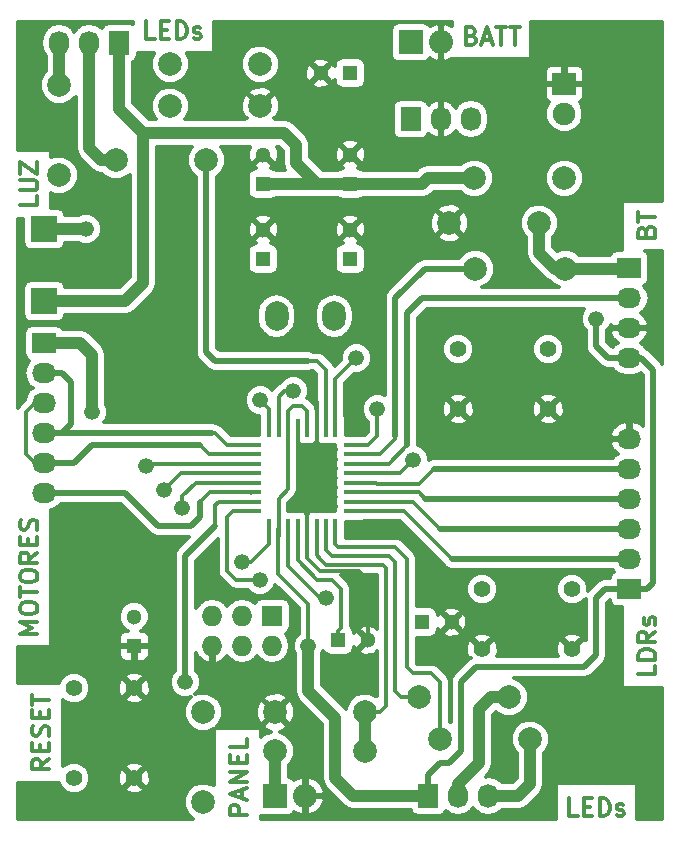
<source format=gbr>
G04 #@! TF.FileFunction,Copper,L1,Top,Signal*
%FSLAX46Y46*%
G04 Gerber Fmt 4.6, Leading zero omitted, Abs format (unit mm)*
G04 Created by KiCad (PCBNEW 4.0.2-stable) date 13/05/2016 13:41:56*
%MOMM*%
G01*
G04 APERTURE LIST*
%ADD10C,0.100000*%
%ADD11C,0.300000*%
%ADD12C,0.304800*%
%ADD13R,1.300000X1.300000*%
%ADD14C,1.300000*%
%ADD15R,2.000000X1.900000*%
%ADD16C,1.900000*%
%ADD17R,1.727200X1.727200*%
%ADD18O,1.727200X1.727200*%
%ADD19R,2.032000X1.727200*%
%ADD20O,2.032000X1.727200*%
%ADD21R,2.032000X2.032000*%
%ADD22O,2.032000X2.032000*%
%ADD23R,2.235200X2.235200*%
%ADD24C,1.397000*%
%ADD25O,1.998980X2.499360*%
%ADD26C,1.998980*%
%ADD27R,1.727200X2.032000*%
%ADD28O,1.727200X2.032000*%
%ADD29R,0.406400X1.600000*%
%ADD30R,1.600000X0.406400*%
%ADD31C,1.333400*%
%ADD32C,0.508000*%
%ADD33C,1.016000*%
G04 APERTURE END LIST*
D10*
D11*
X175914857Y-51518285D02*
X175986286Y-51303999D01*
X176057714Y-51232571D01*
X176200571Y-51161142D01*
X176414857Y-51161142D01*
X176557714Y-51232571D01*
X176629143Y-51303999D01*
X176700571Y-51446857D01*
X176700571Y-52018285D01*
X175200571Y-52018285D01*
X175200571Y-51518285D01*
X175272000Y-51375428D01*
X175343429Y-51303999D01*
X175486286Y-51232571D01*
X175629143Y-51232571D01*
X175772000Y-51303999D01*
X175843429Y-51375428D01*
X175914857Y-51518285D01*
X175914857Y-52018285D01*
X175200571Y-50732571D02*
X175200571Y-49875428D01*
X176700571Y-50303999D02*
X175200571Y-50303999D01*
X176700571Y-88256857D02*
X176700571Y-88971143D01*
X175200571Y-88971143D01*
X176700571Y-87756857D02*
X175200571Y-87756857D01*
X175200571Y-87399714D01*
X175272000Y-87185429D01*
X175414857Y-87042571D01*
X175557714Y-86971143D01*
X175843429Y-86899714D01*
X176057714Y-86899714D01*
X176343429Y-86971143D01*
X176486286Y-87042571D01*
X176629143Y-87185429D01*
X176700571Y-87399714D01*
X176700571Y-87756857D01*
X176700571Y-85399714D02*
X175986286Y-85899714D01*
X176700571Y-86256857D02*
X175200571Y-86256857D01*
X175200571Y-85685429D01*
X175272000Y-85542571D01*
X175343429Y-85471143D01*
X175486286Y-85399714D01*
X175700571Y-85399714D01*
X175843429Y-85471143D01*
X175914857Y-85542571D01*
X175986286Y-85685429D01*
X175986286Y-86256857D01*
X176629143Y-84828286D02*
X176700571Y-84685429D01*
X176700571Y-84399714D01*
X176629143Y-84256857D01*
X176486286Y-84185429D01*
X176414857Y-84185429D01*
X176272000Y-84256857D01*
X176200571Y-84399714D01*
X176200571Y-84614000D01*
X176129143Y-84756857D01*
X175986286Y-84828286D01*
X175914857Y-84828286D01*
X175772000Y-84756857D01*
X175700571Y-84614000D01*
X175700571Y-84399714D01*
X175772000Y-84256857D01*
X142156571Y-100897143D02*
X140656571Y-100897143D01*
X140656571Y-100325715D01*
X140728000Y-100182857D01*
X140799429Y-100111429D01*
X140942286Y-100040000D01*
X141156571Y-100040000D01*
X141299429Y-100111429D01*
X141370857Y-100182857D01*
X141442286Y-100325715D01*
X141442286Y-100897143D01*
X141728000Y-99468572D02*
X141728000Y-98754286D01*
X142156571Y-99611429D02*
X140656571Y-99111429D01*
X142156571Y-98611429D01*
X142156571Y-98111429D02*
X140656571Y-98111429D01*
X142156571Y-97254286D01*
X140656571Y-97254286D01*
X141370857Y-96540000D02*
X141370857Y-96040000D01*
X142156571Y-95825714D02*
X142156571Y-96540000D01*
X140656571Y-96540000D01*
X140656571Y-95825714D01*
X142156571Y-94468571D02*
X142156571Y-95182857D01*
X140656571Y-95182857D01*
X170132572Y-101008571D02*
X169418286Y-101008571D01*
X169418286Y-99508571D01*
X170632572Y-100222857D02*
X171132572Y-100222857D01*
X171346858Y-101008571D02*
X170632572Y-101008571D01*
X170632572Y-99508571D01*
X171346858Y-99508571D01*
X171989715Y-101008571D02*
X171989715Y-99508571D01*
X172346858Y-99508571D01*
X172561143Y-99580000D01*
X172704001Y-99722857D01*
X172775429Y-99865714D01*
X172846858Y-100151429D01*
X172846858Y-100365714D01*
X172775429Y-100651429D01*
X172704001Y-100794286D01*
X172561143Y-100937143D01*
X172346858Y-101008571D01*
X171989715Y-101008571D01*
X173418286Y-100937143D02*
X173561143Y-101008571D01*
X173846858Y-101008571D01*
X173989715Y-100937143D01*
X174061143Y-100794286D01*
X174061143Y-100722857D01*
X173989715Y-100580000D01*
X173846858Y-100508571D01*
X173632572Y-100508571D01*
X173489715Y-100437143D01*
X173418286Y-100294286D01*
X173418286Y-100222857D01*
X173489715Y-100080000D01*
X173632572Y-100008571D01*
X173846858Y-100008571D01*
X173989715Y-100080000D01*
X125392571Y-96158571D02*
X124678286Y-96658571D01*
X125392571Y-97015714D02*
X123892571Y-97015714D01*
X123892571Y-96444286D01*
X123964000Y-96301428D01*
X124035429Y-96230000D01*
X124178286Y-96158571D01*
X124392571Y-96158571D01*
X124535429Y-96230000D01*
X124606857Y-96301428D01*
X124678286Y-96444286D01*
X124678286Y-97015714D01*
X124606857Y-95515714D02*
X124606857Y-95015714D01*
X125392571Y-94801428D02*
X125392571Y-95515714D01*
X123892571Y-95515714D01*
X123892571Y-94801428D01*
X125321143Y-94230000D02*
X125392571Y-94015714D01*
X125392571Y-93658571D01*
X125321143Y-93515714D01*
X125249714Y-93444285D01*
X125106857Y-93372857D01*
X124964000Y-93372857D01*
X124821143Y-93444285D01*
X124749714Y-93515714D01*
X124678286Y-93658571D01*
X124606857Y-93944285D01*
X124535429Y-94087143D01*
X124464000Y-94158571D01*
X124321143Y-94230000D01*
X124178286Y-94230000D01*
X124035429Y-94158571D01*
X123964000Y-94087143D01*
X123892571Y-93944285D01*
X123892571Y-93587143D01*
X123964000Y-93372857D01*
X124606857Y-92730000D02*
X124606857Y-92230000D01*
X125392571Y-92015714D02*
X125392571Y-92730000D01*
X123892571Y-92730000D01*
X123892571Y-92015714D01*
X123892571Y-91587143D02*
X123892571Y-90730000D01*
X125392571Y-91158571D02*
X123892571Y-91158571D01*
X124376571Y-85557714D02*
X122876571Y-85557714D01*
X123948000Y-85057714D01*
X122876571Y-84557714D01*
X124376571Y-84557714D01*
X122876571Y-83557714D02*
X122876571Y-83272000D01*
X122948000Y-83129142D01*
X123090857Y-82986285D01*
X123376571Y-82914857D01*
X123876571Y-82914857D01*
X124162286Y-82986285D01*
X124305143Y-83129142D01*
X124376571Y-83272000D01*
X124376571Y-83557714D01*
X124305143Y-83700571D01*
X124162286Y-83843428D01*
X123876571Y-83914857D01*
X123376571Y-83914857D01*
X123090857Y-83843428D01*
X122948000Y-83700571D01*
X122876571Y-83557714D01*
X122876571Y-82486285D02*
X122876571Y-81629142D01*
X124376571Y-82057713D02*
X122876571Y-82057713D01*
X122876571Y-80843428D02*
X122876571Y-80557714D01*
X122948000Y-80414856D01*
X123090857Y-80271999D01*
X123376571Y-80200571D01*
X123876571Y-80200571D01*
X124162286Y-80271999D01*
X124305143Y-80414856D01*
X124376571Y-80557714D01*
X124376571Y-80843428D01*
X124305143Y-80986285D01*
X124162286Y-81129142D01*
X123876571Y-81200571D01*
X123376571Y-81200571D01*
X123090857Y-81129142D01*
X122948000Y-80986285D01*
X122876571Y-80843428D01*
X124376571Y-78700570D02*
X123662286Y-79200570D01*
X124376571Y-79557713D02*
X122876571Y-79557713D01*
X122876571Y-78986285D01*
X122948000Y-78843427D01*
X123019429Y-78771999D01*
X123162286Y-78700570D01*
X123376571Y-78700570D01*
X123519429Y-78771999D01*
X123590857Y-78843427D01*
X123662286Y-78986285D01*
X123662286Y-79557713D01*
X123590857Y-78057713D02*
X123590857Y-77557713D01*
X124376571Y-77343427D02*
X124376571Y-78057713D01*
X122876571Y-78057713D01*
X122876571Y-77343427D01*
X124305143Y-76771999D02*
X124376571Y-76557713D01*
X124376571Y-76200570D01*
X124305143Y-76057713D01*
X124233714Y-75986284D01*
X124090857Y-75914856D01*
X123948000Y-75914856D01*
X123805143Y-75986284D01*
X123733714Y-76057713D01*
X123662286Y-76200570D01*
X123590857Y-76486284D01*
X123519429Y-76629142D01*
X123448000Y-76700570D01*
X123305143Y-76771999D01*
X123162286Y-76771999D01*
X123019429Y-76700570D01*
X122948000Y-76629142D01*
X122876571Y-76486284D01*
X122876571Y-76129142D01*
X122948000Y-75914856D01*
X124376571Y-48533714D02*
X124376571Y-49248000D01*
X122876571Y-49248000D01*
X122876571Y-48033714D02*
X124090857Y-48033714D01*
X124233714Y-47962286D01*
X124305143Y-47890857D01*
X124376571Y-47748000D01*
X124376571Y-47462286D01*
X124305143Y-47319428D01*
X124233714Y-47248000D01*
X124090857Y-47176571D01*
X122876571Y-47176571D01*
X122876571Y-46605142D02*
X122876571Y-45605142D01*
X124376571Y-46605142D01*
X124376571Y-45605142D01*
X134318572Y-35222571D02*
X133604286Y-35222571D01*
X133604286Y-33722571D01*
X134818572Y-34436857D02*
X135318572Y-34436857D01*
X135532858Y-35222571D02*
X134818572Y-35222571D01*
X134818572Y-33722571D01*
X135532858Y-33722571D01*
X136175715Y-35222571D02*
X136175715Y-33722571D01*
X136532858Y-33722571D01*
X136747143Y-33794000D01*
X136890001Y-33936857D01*
X136961429Y-34079714D01*
X137032858Y-34365429D01*
X137032858Y-34579714D01*
X136961429Y-34865429D01*
X136890001Y-35008286D01*
X136747143Y-35151143D01*
X136532858Y-35222571D01*
X136175715Y-35222571D01*
X137604286Y-35151143D02*
X137747143Y-35222571D01*
X138032858Y-35222571D01*
X138175715Y-35151143D01*
X138247143Y-35008286D01*
X138247143Y-34936857D01*
X138175715Y-34794000D01*
X138032858Y-34722571D01*
X137818572Y-34722571D01*
X137675715Y-34651143D01*
X137604286Y-34508286D01*
X137604286Y-34436857D01*
X137675715Y-34294000D01*
X137818572Y-34222571D01*
X138032858Y-34222571D01*
X138175715Y-34294000D01*
D12*
X161135429Y-34944857D02*
X161349715Y-35016286D01*
X161421143Y-35087714D01*
X161492572Y-35230571D01*
X161492572Y-35444857D01*
X161421143Y-35587714D01*
X161349715Y-35659143D01*
X161206857Y-35730571D01*
X160635429Y-35730571D01*
X160635429Y-34230571D01*
X161135429Y-34230571D01*
X161278286Y-34302000D01*
X161349715Y-34373429D01*
X161421143Y-34516286D01*
X161421143Y-34659143D01*
X161349715Y-34802000D01*
X161278286Y-34873429D01*
X161135429Y-34944857D01*
X160635429Y-34944857D01*
X162064000Y-35302000D02*
X162778286Y-35302000D01*
X161921143Y-35730571D02*
X162421143Y-34230571D01*
X162921143Y-35730571D01*
X163206857Y-34230571D02*
X164064000Y-34230571D01*
X163635429Y-35730571D02*
X163635429Y-34230571D01*
X164349714Y-34230571D02*
X165206857Y-34230571D01*
X164778286Y-35730571D02*
X164778286Y-34230571D01*
D13*
X150876000Y-38100000D03*
D14*
X148376000Y-38100000D03*
D13*
X143510000Y-47498000D03*
D14*
X143510000Y-44998000D03*
D13*
X150876000Y-47498000D03*
D14*
X150876000Y-44998000D03*
D13*
X156972000Y-84582000D03*
D14*
X159472000Y-84582000D03*
D13*
X132588000Y-86614000D03*
D14*
X132588000Y-84114000D03*
D13*
X149860000Y-86106000D03*
D14*
X152360000Y-86106000D03*
D13*
X150876000Y-53848000D03*
D14*
X150876000Y-51348000D03*
D13*
X143510000Y-53848000D03*
D14*
X143510000Y-51348000D03*
D15*
X169000000Y-39000000D03*
D16*
X169000000Y-41540000D03*
D17*
X144272000Y-84074000D03*
D18*
X144272000Y-86614000D03*
X141732000Y-84074000D03*
X141732000Y-86614000D03*
X139192000Y-84074000D03*
X139192000Y-86614000D03*
D19*
X174498000Y-81788000D03*
D20*
X174498000Y-79248000D03*
X174498000Y-76708000D03*
X174498000Y-74168000D03*
X174498000Y-71628000D03*
X174498000Y-69088000D03*
D21*
X144526000Y-99314000D03*
D22*
X147066000Y-99314000D03*
D21*
X156000000Y-35500000D03*
D22*
X158540000Y-35500000D03*
D19*
X174498000Y-54610000D03*
D20*
X174498000Y-57150000D03*
X174498000Y-59690000D03*
X174498000Y-62230000D03*
D23*
X124968000Y-57404000D03*
D19*
X124968000Y-60960000D03*
D20*
X124968000Y-63500000D03*
X124968000Y-66040000D03*
X124968000Y-68580000D03*
X124968000Y-71120000D03*
X124968000Y-73660000D03*
D23*
X124968000Y-51308000D03*
D24*
X169672000Y-81788000D03*
X169672000Y-86868000D03*
X162052000Y-81788000D03*
X162052000Y-86868000D03*
X167640000Y-61468000D03*
X167640000Y-66548000D03*
X160020000Y-61468000D03*
X160020000Y-66548000D03*
X127508000Y-90170000D03*
X132588000Y-90170000D03*
X127508000Y-97790000D03*
X132588000Y-97790000D03*
D25*
X149506940Y-58674000D03*
X144625060Y-58674000D03*
D26*
X169000000Y-47000000D03*
X161380000Y-47000000D03*
X138430000Y-92202000D03*
X138430000Y-99822000D03*
X143256000Y-37338000D03*
X135636000Y-37338000D03*
X144526000Y-95504000D03*
X152146000Y-95504000D03*
X161468000Y-54654000D03*
X169088000Y-54654000D03*
X135636000Y-40894000D03*
X143256000Y-40894000D03*
X152146000Y-92202000D03*
X144526000Y-92202000D03*
X166878000Y-50800000D03*
X159258000Y-50800000D03*
X164338000Y-90932000D03*
X156718000Y-90932000D03*
X166116000Y-94488000D03*
X158496000Y-94488000D03*
X131064000Y-45466000D03*
X138684000Y-45466000D03*
X126238000Y-39116000D03*
X126238000Y-46736000D03*
D27*
X156000000Y-42000000D03*
D28*
X158540000Y-42000000D03*
X161080000Y-42000000D03*
D29*
X149612000Y-68140000D03*
X148812000Y-68140000D03*
X148012000Y-68140000D03*
X147212000Y-68140000D03*
X146412000Y-68140000D03*
X145612000Y-68140000D03*
X144812000Y-68140000D03*
X144012000Y-68140000D03*
D30*
X142562000Y-69590000D03*
X142562000Y-70390000D03*
X142562000Y-71190000D03*
X142562000Y-71990000D03*
X142562000Y-72790000D03*
X142562000Y-73590000D03*
X142562000Y-74390000D03*
X142562000Y-75190000D03*
D29*
X144012000Y-76640000D03*
X144812000Y-76640000D03*
X145612000Y-76640000D03*
X146412000Y-76640000D03*
X147212000Y-76640000D03*
X148012000Y-76640000D03*
X148812000Y-76640000D03*
X149612000Y-76640000D03*
D30*
X151062000Y-75190000D03*
X151062000Y-74390000D03*
X151062000Y-73590000D03*
X151062000Y-72790000D03*
X151062000Y-71990000D03*
X151062000Y-71190000D03*
X151062000Y-70390000D03*
X151062000Y-69590000D03*
D27*
X157480000Y-99314000D03*
D28*
X160020000Y-99314000D03*
X162560000Y-99314000D03*
D27*
X131318000Y-35560000D03*
D28*
X128778000Y-35560000D03*
X126238000Y-35560000D03*
D31*
X171704000Y-58928000D03*
X147320000Y-86614000D03*
X156210000Y-70866000D03*
X146050000Y-65024000D03*
X143256000Y-65786000D03*
X151384000Y-62230000D03*
X133604000Y-71374000D03*
X128524000Y-51308000D03*
X135128000Y-73406000D03*
X129032000Y-66802000D03*
X136652000Y-74930000D03*
X136906000Y-89662000D03*
X143256000Y-81026000D03*
X141732000Y-79502000D03*
X148844000Y-82550000D03*
X153162000Y-66548000D03*
D12*
X149860000Y-80264000D02*
X151638000Y-80264000D01*
X152360000Y-80986000D02*
X152360000Y-86106000D01*
X151638000Y-80264000D02*
X152360000Y-80986000D01*
X147828000Y-64770000D02*
X147828000Y-65786000D01*
X148012000Y-65970000D02*
X148012000Y-68140000D01*
X147828000Y-65786000D02*
X148012000Y-65970000D01*
X147212000Y-76640000D02*
X147212000Y-75076000D01*
X147212000Y-75076000D02*
X147066000Y-74930000D01*
X146412000Y-68140000D02*
X146412000Y-69450000D01*
X146412000Y-69450000D02*
X146558000Y-69596000D01*
X148012000Y-68140000D02*
X148012000Y-69780000D01*
X148012000Y-69780000D02*
X148082000Y-69850000D01*
X148082000Y-80010000D02*
X148336000Y-80264000D01*
X148336000Y-80264000D02*
X149860000Y-80264000D01*
X147212000Y-76640000D02*
X147212000Y-79140000D01*
X147212000Y-79140000D02*
X148082000Y-80010000D01*
D32*
X170688000Y-88392000D02*
X171704000Y-87376000D01*
X172466000Y-81788000D02*
X174498000Y-81788000D01*
X171704000Y-82550000D02*
X172466000Y-81788000D01*
X171704000Y-87376000D02*
X171704000Y-82550000D01*
D33*
X147320000Y-86614000D02*
X147320000Y-90424000D01*
X149606000Y-97790000D02*
X151130000Y-99314000D01*
X149606000Y-92710000D02*
X149606000Y-97790000D01*
X147320000Y-90424000D02*
X149606000Y-92710000D01*
X151130000Y-99314000D02*
X157480000Y-99314000D01*
X133350000Y-43180000D02*
X133350000Y-55880000D01*
X131826000Y-57404000D02*
X124968000Y-57404000D01*
X133350000Y-55880000D02*
X131826000Y-57404000D01*
X148590000Y-47498000D02*
X148082000Y-47498000D01*
X131318000Y-41148000D02*
X131318000Y-35560000D01*
X133350000Y-43180000D02*
X131318000Y-41148000D01*
X136652000Y-43180000D02*
X133350000Y-43180000D01*
X145288000Y-43180000D02*
X136652000Y-43180000D01*
X146304000Y-44196000D02*
X145288000Y-43180000D01*
X146304000Y-45720000D02*
X146304000Y-44196000D01*
X148082000Y-47498000D02*
X146304000Y-45720000D01*
X150876000Y-47498000D02*
X148590000Y-47498000D01*
X148590000Y-47498000D02*
X143510000Y-47498000D01*
X161380000Y-47000000D02*
X157470000Y-47000000D01*
X157470000Y-47000000D02*
X156972000Y-47498000D01*
X156972000Y-47498000D02*
X150876000Y-47498000D01*
D32*
X160274000Y-95504000D02*
X160274000Y-89662000D01*
X160274000Y-89662000D02*
X160782000Y-89154000D01*
X159258000Y-96520000D02*
X160274000Y-95504000D01*
X157480000Y-99314000D02*
X157480000Y-97536000D01*
X157480000Y-97536000D02*
X158496000Y-96520000D01*
X151130000Y-99314000D02*
X157480000Y-99314000D01*
X164846000Y-88392000D02*
X170688000Y-88392000D01*
X158496000Y-96520000D02*
X159258000Y-96520000D01*
X160782000Y-89154000D02*
X161544000Y-88392000D01*
X161544000Y-88392000D02*
X164846000Y-88392000D01*
X174498000Y-62230000D02*
X172720000Y-62230000D01*
X171704000Y-61214000D02*
X171704000Y-58928000D01*
X172720000Y-62230000D02*
X171704000Y-61214000D01*
X176530000Y-68834000D02*
X176530000Y-63246000D01*
X176530000Y-63246000D02*
X175514000Y-62230000D01*
X174498000Y-81788000D02*
X176022000Y-81788000D01*
X176530000Y-81280000D02*
X176530000Y-68834000D01*
X176022000Y-81788000D02*
X176530000Y-81280000D01*
X175514000Y-62230000D02*
X174498000Y-62230000D01*
D12*
X147212000Y-68140000D02*
X147212000Y-66694000D01*
X145612000Y-66732000D02*
X145612000Y-68140000D01*
X146050000Y-66294000D02*
X145612000Y-66732000D01*
X146812000Y-66294000D02*
X146050000Y-66294000D01*
X147212000Y-66694000D02*
X146812000Y-66294000D01*
X145612000Y-68140000D02*
X145612000Y-73336000D01*
X144812000Y-74136000D02*
X144812000Y-76640000D01*
X145612000Y-73336000D02*
X144812000Y-74136000D01*
X144780000Y-78740000D02*
X144780000Y-80518000D01*
X144780000Y-80518000D02*
X146177000Y-81915000D01*
X146177000Y-81915000D02*
X147320000Y-83058000D01*
X147320000Y-86614000D02*
X147320000Y-83058000D01*
X144780000Y-78740000D02*
X144780000Y-76672000D01*
X144780000Y-76672000D02*
X144812000Y-76640000D01*
X156210000Y-70866000D02*
X155194000Y-71882000D01*
X155702000Y-71374000D02*
X155194000Y-71882000D01*
X155086000Y-71990000D02*
X151062000Y-71990000D01*
X155194000Y-71882000D02*
X155086000Y-71990000D01*
X149352000Y-81026000D02*
X150114000Y-81788000D01*
X150114000Y-81788000D02*
X150114000Y-85090000D01*
X149098000Y-81026000D02*
X149352000Y-81026000D01*
X146412000Y-79356000D02*
X148082000Y-81026000D01*
X148082000Y-81026000D02*
X149098000Y-81026000D01*
X146412000Y-76640000D02*
X146412000Y-79356000D01*
X149860000Y-85344000D02*
X149860000Y-86106000D01*
X150114000Y-85090000D02*
X149860000Y-85344000D01*
X146050000Y-65024000D02*
X145288000Y-65024000D01*
X144812000Y-65500000D02*
X144812000Y-68140000D01*
X145288000Y-65024000D02*
X144812000Y-65500000D01*
X144012000Y-68140000D02*
X144012000Y-66542000D01*
X143256000Y-65786000D02*
X144012000Y-66542000D01*
X144012000Y-68140000D02*
X144012000Y-66548000D01*
X149612000Y-68140000D02*
X149612000Y-64002000D01*
X149612000Y-64002000D02*
X151384000Y-62230000D01*
X148812000Y-68140000D02*
X148812000Y-63214000D01*
X148082000Y-62484000D02*
X147320000Y-62484000D01*
X148812000Y-63214000D02*
X148082000Y-62484000D01*
D32*
X138684000Y-46990000D02*
X138684000Y-61722000D01*
X139446000Y-62484000D02*
X139954000Y-62484000D01*
X138684000Y-61722000D02*
X139446000Y-62484000D01*
X141986000Y-62484000D02*
X139954000Y-62484000D01*
X147320000Y-62484000D02*
X141986000Y-62484000D01*
X138684000Y-46990000D02*
X138684000Y-45466000D01*
X126238000Y-68580000D02*
X126492000Y-68580000D01*
X126492000Y-63500000D02*
X124968000Y-63500000D01*
X127254000Y-64262000D02*
X126492000Y-63500000D01*
X127254000Y-67818000D02*
X127254000Y-64262000D01*
X126492000Y-68580000D02*
X127254000Y-67818000D01*
X139192000Y-68580000D02*
X126238000Y-68580000D01*
X126238000Y-68580000D02*
X124968000Y-68580000D01*
D12*
X139446000Y-68580000D02*
X139192000Y-68580000D01*
X139446000Y-68580000D02*
X140456000Y-69590000D01*
X142562000Y-69590000D02*
X140456000Y-69590000D01*
X124968000Y-66040000D02*
X124206000Y-66040000D01*
X124206000Y-66040000D02*
X123444000Y-66802000D01*
X123444000Y-66802000D02*
X123444000Y-70358000D01*
X123444000Y-70358000D02*
X124206000Y-71120000D01*
X124206000Y-71120000D02*
X124968000Y-71120000D01*
D32*
X138176000Y-69596000D02*
X129032000Y-69596000D01*
X129032000Y-69596000D02*
X127508000Y-71120000D01*
X127508000Y-71120000D02*
X124968000Y-71120000D01*
D12*
X138398000Y-69882000D02*
X138398000Y-69818000D01*
X129032000Y-69596000D02*
X128746000Y-69882000D01*
X128746000Y-69882000D02*
X128778000Y-69850000D01*
X128016000Y-70612000D02*
X128778000Y-69850000D01*
X127508000Y-71120000D02*
X128016000Y-70612000D01*
X138398000Y-69818000D02*
X138176000Y-69596000D01*
X127508000Y-71120000D02*
X124968000Y-71120000D01*
X138366000Y-69850000D02*
X138398000Y-69882000D01*
X138398000Y-69882000D02*
X138906000Y-70390000D01*
X138906000Y-70390000D02*
X142562000Y-70390000D01*
X133788000Y-71190000D02*
X133604000Y-71374000D01*
X142562000Y-71190000D02*
X133788000Y-71190000D01*
D33*
X128524000Y-51308000D02*
X124968000Y-51308000D01*
D12*
X136906000Y-71990000D02*
X142562000Y-71990000D01*
X136544000Y-71990000D02*
X135128000Y-73406000D01*
X136906000Y-71990000D02*
X136544000Y-71990000D01*
X142562000Y-72790000D02*
X138176000Y-72790000D01*
X137776000Y-72790000D02*
X136652000Y-73914000D01*
X136652000Y-73914000D02*
X136652000Y-74930000D01*
X138176000Y-72790000D02*
X137776000Y-72790000D01*
D33*
X124968000Y-60960000D02*
X128016000Y-60960000D01*
X128016000Y-60960000D02*
X129032000Y-61976000D01*
X129032000Y-61976000D02*
X129032000Y-66802000D01*
D32*
X129032000Y-61976000D02*
X129032000Y-66802000D01*
X128016000Y-60960000D02*
X129032000Y-61976000D01*
D12*
X128016000Y-60960000D02*
X129032000Y-61976000D01*
D32*
X135636000Y-76454000D02*
X134620000Y-76454000D01*
X131826000Y-73660000D02*
X124968000Y-73660000D01*
X134620000Y-76454000D02*
X131826000Y-73660000D01*
X137414000Y-76454000D02*
X138176000Y-75692000D01*
X138176000Y-75692000D02*
X138176000Y-74422000D01*
X137414000Y-76454000D02*
X135636000Y-76454000D01*
D12*
X139008000Y-73590000D02*
X138176000Y-74422000D01*
X138176000Y-74422000D02*
X138176000Y-75692000D01*
X139192000Y-73590000D02*
X139008000Y-73590000D01*
X142562000Y-73590000D02*
X139192000Y-73590000D01*
X142492000Y-73660000D02*
X142562000Y-73590000D01*
D32*
X136906000Y-89662000D02*
X136906000Y-78994000D01*
X136906000Y-78994000D02*
X139446000Y-76454000D01*
D12*
X139446000Y-76454000D02*
X139446000Y-74676000D01*
X139732000Y-74390000D02*
X142562000Y-74390000D01*
X139446000Y-74676000D02*
X139732000Y-74390000D01*
X141478000Y-75190000D02*
X140976000Y-75190000D01*
X140462000Y-75692000D02*
X140462000Y-76200000D01*
X140970000Y-75184000D02*
X140462000Y-75692000D01*
X140976000Y-75190000D02*
X140970000Y-75184000D01*
X140462000Y-80264000D02*
X140462000Y-76200000D01*
X143256000Y-81026000D02*
X141224000Y-81026000D01*
X141224000Y-81026000D02*
X140462000Y-80264000D01*
X141478000Y-75190000D02*
X142562000Y-75190000D01*
X144012000Y-76640000D02*
X144012000Y-77984000D01*
X142494000Y-79502000D02*
X141732000Y-79502000D01*
X144012000Y-77984000D02*
X142494000Y-79502000D01*
X145612000Y-79826000D02*
X148336000Y-82550000D01*
X148336000Y-82550000D02*
X148844000Y-82550000D01*
X145612000Y-76640000D02*
X145612000Y-79826000D01*
D33*
X152146000Y-92202000D02*
X152146000Y-95504000D01*
D12*
X148336000Y-79248000D02*
X148844000Y-79756000D01*
X153670000Y-79756000D02*
X153924000Y-80010000D01*
X148844000Y-79756000D02*
X153670000Y-79756000D01*
X152146000Y-92202000D02*
X153416000Y-92202000D01*
X153924000Y-83312000D02*
X153924000Y-90678000D01*
X153924000Y-80010000D02*
X153924000Y-83312000D01*
X148012000Y-78162000D02*
X148012000Y-78924000D01*
X148012000Y-78924000D02*
X148336000Y-79248000D01*
X148012000Y-77724000D02*
X148012000Y-78162000D01*
X148012000Y-77724000D02*
X148012000Y-76640000D01*
X153924000Y-91694000D02*
X153924000Y-90678000D01*
X153416000Y-92202000D02*
X153924000Y-91694000D01*
X156718000Y-90932000D02*
X155194000Y-90932000D01*
X148812000Y-78454000D02*
X148812000Y-76640000D01*
X154178000Y-78994000D02*
X154686000Y-79502000D01*
X149352000Y-78994000D02*
X154178000Y-78994000D01*
X148812000Y-78454000D02*
X149352000Y-78994000D01*
X154686000Y-90424000D02*
X155194000Y-90932000D01*
X154686000Y-79502000D02*
X154686000Y-90424000D01*
X155321000Y-78867000D02*
X155702000Y-79248000D01*
X155702000Y-88392000D02*
X156210000Y-88900000D01*
X155702000Y-79248000D02*
X155702000Y-88392000D01*
X156210000Y-88900000D02*
X156972000Y-88900000D01*
X158496000Y-89662000D02*
X158496000Y-94488000D01*
X156972000Y-88900000D02*
X157734000Y-88900000D01*
X157734000Y-88900000D02*
X158496000Y-89662000D01*
X149612000Y-76640000D02*
X149612000Y-77984000D01*
X154686000Y-78232000D02*
X155321000Y-78867000D01*
X149860000Y-78232000D02*
X154686000Y-78232000D01*
X149612000Y-77984000D02*
X149860000Y-78232000D01*
D32*
X159512000Y-79248000D02*
X174498000Y-79248000D01*
D12*
X155448000Y-75190000D02*
X155454000Y-75190000D01*
X155454000Y-75190000D02*
X159512000Y-79248000D01*
X151062000Y-75190000D02*
X155448000Y-75190000D01*
D32*
X158496000Y-76708000D02*
X174498000Y-76708000D01*
D12*
X156210000Y-74390000D02*
X156210000Y-74422000D01*
X156210000Y-74422000D02*
X158496000Y-76708000D01*
X151062000Y-74390000D02*
X156210000Y-74390000D01*
D32*
X157226000Y-74168000D02*
X174498000Y-74168000D01*
D12*
X153346000Y-73590000D02*
X156648000Y-73590000D01*
X156648000Y-73590000D02*
X157226000Y-74168000D01*
X151062000Y-73590000D02*
X153346000Y-73590000D01*
D32*
X174498000Y-71628000D02*
X157988000Y-71628000D01*
D12*
X156718000Y-72898000D02*
X157988000Y-71628000D01*
X156718000Y-72898000D02*
X155956000Y-72898000D01*
X153162000Y-72898000D02*
X155956000Y-72898000D01*
X151062000Y-72790000D02*
X153054000Y-72790000D01*
X153054000Y-72790000D02*
X153162000Y-72898000D01*
D32*
X155702000Y-69596000D02*
X155702000Y-58420000D01*
X155702000Y-58420000D02*
X156972000Y-57150000D01*
X156972000Y-57150000D02*
X174498000Y-57150000D01*
D12*
X153346000Y-71190000D02*
X154108000Y-71190000D01*
X154108000Y-71190000D02*
X155702000Y-69596000D01*
X155702000Y-58420000D02*
X156972000Y-57150000D01*
X153346000Y-71190000D02*
X151062000Y-71190000D01*
X174498000Y-57150000D02*
X156972000Y-57150000D01*
D32*
X154686000Y-68834000D02*
X154686000Y-57150000D01*
X154686000Y-57150000D02*
X157182000Y-54654000D01*
X157182000Y-54654000D02*
X161468000Y-54654000D01*
D12*
X151062000Y-70390000D02*
X153384000Y-70390000D01*
X154686000Y-69088000D02*
X154686000Y-68834000D01*
X154686000Y-68834000D02*
X154686000Y-67564000D01*
X153384000Y-70390000D02*
X154686000Y-69088000D01*
X154686000Y-57150000D02*
X157226000Y-54610000D01*
X161424000Y-54610000D02*
X157226000Y-54610000D01*
X154686000Y-67564000D02*
X154686000Y-57150000D01*
X161468000Y-54654000D02*
X161424000Y-54610000D01*
X151062000Y-69590000D02*
X152406000Y-69590000D01*
X153162000Y-68834000D02*
X153162000Y-66548000D01*
X152406000Y-69590000D02*
X153162000Y-68834000D01*
D33*
X144526000Y-95504000D02*
X144526000Y-99314000D01*
X169088000Y-54654000D02*
X174454000Y-54654000D01*
X174454000Y-54654000D02*
X174498000Y-54610000D01*
X166878000Y-50800000D02*
X166878000Y-53340000D01*
X166878000Y-53340000D02*
X168192000Y-54654000D01*
X168192000Y-54654000D02*
X169088000Y-54654000D01*
D32*
X174454000Y-54654000D02*
X174498000Y-54610000D01*
X166878000Y-53340000D02*
X168192000Y-54654000D01*
X168192000Y-54654000D02*
X169088000Y-54654000D01*
D33*
X164338000Y-90932000D02*
X162814000Y-90932000D01*
X161798000Y-96520000D02*
X160020000Y-98298000D01*
X161798000Y-91948000D02*
X161798000Y-96520000D01*
X162814000Y-90932000D02*
X161798000Y-91948000D01*
X160020000Y-98298000D02*
X160020000Y-99314000D01*
D32*
X160274000Y-99060000D02*
X160020000Y-99314000D01*
D33*
X131064000Y-45466000D02*
X129794000Y-45466000D01*
X128778000Y-44450000D02*
X128778000Y-35560000D01*
X129794000Y-45466000D02*
X128778000Y-44450000D01*
D32*
X131064000Y-45466000D02*
X131064000Y-44704000D01*
D33*
X166116000Y-94488000D02*
X166116000Y-98298000D01*
X165100000Y-99314000D02*
X162560000Y-99314000D01*
X166116000Y-98298000D02*
X165100000Y-99314000D01*
X126238000Y-39116000D02*
X126238000Y-35560000D01*
D12*
G36*
X139649200Y-80264000D02*
X139687173Y-80454901D01*
X139711071Y-80575045D01*
X139887264Y-80838736D01*
X140649264Y-81600737D01*
X140853496Y-81737200D01*
X140912955Y-81776929D01*
X141224000Y-81838800D01*
X142192217Y-81838800D01*
X142503277Y-82150404D01*
X142990865Y-82352869D01*
X143518818Y-82353329D01*
X144006759Y-82151716D01*
X144380404Y-81778723D01*
X144530289Y-81417761D01*
X145602263Y-82489736D01*
X145602266Y-82489738D01*
X146507200Y-83394672D01*
X146507200Y-85550217D01*
X146195596Y-85861277D01*
X145993131Y-86348865D01*
X145992671Y-86876818D01*
X146151600Y-87261456D01*
X146151600Y-90423995D01*
X146151599Y-90424000D01*
X146240539Y-90871128D01*
X146493816Y-91250184D01*
X148437600Y-93193967D01*
X148437600Y-97789995D01*
X148437599Y-97790000D01*
X148526539Y-98237128D01*
X148779816Y-98616184D01*
X150303814Y-100140181D01*
X150303816Y-100140184D01*
X150682873Y-100393461D01*
X151130000Y-100482400D01*
X155971738Y-100482400D01*
X155989111Y-100574730D01*
X156133746Y-100799499D01*
X156354434Y-100950288D01*
X156616400Y-101003338D01*
X158343600Y-101003338D01*
X158588330Y-100957289D01*
X158813099Y-100812654D01*
X158963888Y-100591966D01*
X158964015Y-100591338D01*
X159436790Y-100907235D01*
X160020000Y-101023243D01*
X160603210Y-100907235D01*
X161097631Y-100576874D01*
X161290000Y-100288973D01*
X161482369Y-100576874D01*
X161976790Y-100907235D01*
X162560000Y-101023243D01*
X163143210Y-100907235D01*
X163637631Y-100576874D01*
X163700756Y-100482400D01*
X165099995Y-100482400D01*
X165100000Y-100482401D01*
X165547128Y-100393461D01*
X165926184Y-100140184D01*
X166942184Y-99124184D01*
X167195461Y-98745128D01*
X167284401Y-98298000D01*
X167284400Y-98297995D01*
X167284400Y-95667031D01*
X167522366Y-95429480D01*
X167775601Y-94819621D01*
X167776177Y-94159276D01*
X167524007Y-93548976D01*
X167057480Y-93081634D01*
X166447621Y-92828399D01*
X165787276Y-92827823D01*
X165176976Y-93079993D01*
X164709634Y-93546520D01*
X164456399Y-94156379D01*
X164455823Y-94816724D01*
X164707993Y-95427024D01*
X164947600Y-95667050D01*
X164947600Y-97814032D01*
X164616032Y-98145600D01*
X163700756Y-98145600D01*
X163637631Y-98051126D01*
X163143210Y-97720765D01*
X162560000Y-97604757D01*
X162317342Y-97653025D01*
X162624181Y-97346186D01*
X162624184Y-97346184D01*
X162877461Y-96967127D01*
X162888425Y-96912007D01*
X162966401Y-96520000D01*
X162966400Y-96519995D01*
X162966400Y-92431968D01*
X163228408Y-92169960D01*
X163396520Y-92338366D01*
X164006379Y-92591601D01*
X164666724Y-92592177D01*
X165277024Y-92340007D01*
X165744366Y-91873480D01*
X165997601Y-91263621D01*
X165998177Y-90603276D01*
X165746007Y-89992976D01*
X165279480Y-89525634D01*
X164751505Y-89306400D01*
X170688000Y-89306400D01*
X171037926Y-89236795D01*
X171334578Y-89038578D01*
X172350578Y-88022578D01*
X172405174Y-87940869D01*
X172548795Y-87725926D01*
X172618400Y-87376000D01*
X172618400Y-82928756D01*
X172822423Y-82724734D01*
X172854711Y-82896330D01*
X172999346Y-83121099D01*
X173220034Y-83271888D01*
X173482000Y-83324938D01*
X173861600Y-83324938D01*
X173861600Y-90138686D01*
X177264600Y-90138686D01*
X177264600Y-101264600D01*
X175157258Y-101264600D01*
X175157258Y-98169600D01*
X168250743Y-98169600D01*
X168250743Y-101264600D01*
X143338400Y-101264600D01*
X143338400Y-100968588D01*
X143510000Y-101003338D01*
X145542000Y-101003338D01*
X145786730Y-100957289D01*
X146011499Y-100812654D01*
X146107266Y-100672494D01*
X146164641Y-100727467D01*
X146703886Y-100950823D01*
X146964400Y-100821881D01*
X146964400Y-99415600D01*
X147167600Y-99415600D01*
X147167600Y-100821881D01*
X147428114Y-100950823D01*
X147967359Y-100727467D01*
X148439658Y-100274938D01*
X148702830Y-99676115D01*
X148574225Y-99415600D01*
X147167600Y-99415600D01*
X146964400Y-99415600D01*
X146944400Y-99415600D01*
X146944400Y-99212400D01*
X146964400Y-99212400D01*
X146964400Y-97806119D01*
X147167600Y-97806119D01*
X147167600Y-99212400D01*
X148574225Y-99212400D01*
X148702830Y-98951885D01*
X148439658Y-98353062D01*
X147967359Y-97900533D01*
X147428114Y-97677177D01*
X147167600Y-97806119D01*
X146964400Y-97806119D01*
X146703886Y-97677177D01*
X146164641Y-97900533D01*
X146106718Y-97956032D01*
X146024654Y-97828501D01*
X145803966Y-97677712D01*
X145694400Y-97655524D01*
X145694400Y-96683031D01*
X145932366Y-96445480D01*
X146185601Y-95835621D01*
X146186177Y-95175276D01*
X145934007Y-94564976D01*
X145467480Y-94097634D01*
X144882735Y-93854827D01*
X144890623Y-93854663D01*
X145436783Y-93628437D01*
X145531736Y-93351420D01*
X144526000Y-92345684D01*
X143520264Y-93351420D01*
X143615217Y-93628437D01*
X144182776Y-93849814D01*
X143586976Y-94095993D01*
X143338400Y-94344136D01*
X143338400Y-93515314D01*
X139463882Y-93515314D01*
X139836366Y-93143480D01*
X140089601Y-92533621D01*
X140090148Y-91906421D01*
X142859602Y-91906421D01*
X142873337Y-92566623D01*
X143099563Y-93112783D01*
X143376580Y-93207736D01*
X144382316Y-92202000D01*
X144669684Y-92202000D01*
X145675420Y-93207736D01*
X145952437Y-93112783D01*
X146192398Y-92497579D01*
X146178663Y-91837377D01*
X145952437Y-91291217D01*
X145675420Y-91196264D01*
X144669684Y-92202000D01*
X144382316Y-92202000D01*
X143376580Y-91196264D01*
X143099563Y-91291217D01*
X142859602Y-91906421D01*
X140090148Y-91906421D01*
X140090177Y-91873276D01*
X139838007Y-91262976D01*
X139627978Y-91052580D01*
X143520264Y-91052580D01*
X144526000Y-92058316D01*
X145531736Y-91052580D01*
X145436783Y-90775563D01*
X144821579Y-90535602D01*
X144161377Y-90549337D01*
X143615217Y-90775563D01*
X143520264Y-91052580D01*
X139627978Y-91052580D01*
X139371480Y-90795634D01*
X138761621Y-90542399D01*
X138101276Y-90541823D01*
X137763111Y-90681549D01*
X138030404Y-90414723D01*
X138232869Y-89927135D01*
X138233329Y-89399182D01*
X138031716Y-88911241D01*
X137820400Y-88699556D01*
X137820400Y-87208304D01*
X137948547Y-87495148D01*
X138380400Y-87903923D01*
X138853775Y-88099995D01*
X139090400Y-87969097D01*
X139090400Y-86715600D01*
X139070400Y-86715600D01*
X139070400Y-86512400D01*
X139090400Y-86512400D01*
X139090400Y-86492400D01*
X139293600Y-86492400D01*
X139293600Y-86512400D01*
X139313600Y-86512400D01*
X139313600Y-86715600D01*
X139293600Y-86715600D01*
X139293600Y-87969097D01*
X139530225Y-88099995D01*
X140003600Y-87903923D01*
X140435453Y-87495148D01*
X140462572Y-87434444D01*
X140654369Y-87721488D01*
X141148790Y-88051849D01*
X141732000Y-88167857D01*
X142315210Y-88051849D01*
X142809631Y-87721488D01*
X143002000Y-87433587D01*
X143194369Y-87721488D01*
X143688790Y-88051849D01*
X144272000Y-88167857D01*
X144855210Y-88051849D01*
X145349631Y-87721488D01*
X145679992Y-87227067D01*
X145796000Y-86643857D01*
X145796000Y-86584143D01*
X145679992Y-86000933D01*
X145386139Y-85561151D01*
X145605099Y-85420254D01*
X145755888Y-85199566D01*
X145808938Y-84937600D01*
X145808938Y-83210400D01*
X145762889Y-82965670D01*
X145618254Y-82740901D01*
X145397566Y-82590112D01*
X145135600Y-82537062D01*
X143408400Y-82537062D01*
X143163670Y-82583111D01*
X142938901Y-82727746D01*
X142788112Y-82948434D01*
X142787452Y-82951693D01*
X142315210Y-82636151D01*
X141732000Y-82520143D01*
X141148790Y-82636151D01*
X140654369Y-82966512D01*
X140462000Y-83254413D01*
X140269631Y-82966512D01*
X139775210Y-82636151D01*
X139192000Y-82520143D01*
X138608790Y-82636151D01*
X138114369Y-82966512D01*
X137820400Y-83406468D01*
X137820400Y-79372756D01*
X139649200Y-77543957D01*
X139649200Y-80264000D01*
X139649200Y-80264000D01*
G37*
X139649200Y-80264000D02*
X139687173Y-80454901D01*
X139711071Y-80575045D01*
X139887264Y-80838736D01*
X140649264Y-81600737D01*
X140853496Y-81737200D01*
X140912955Y-81776929D01*
X141224000Y-81838800D01*
X142192217Y-81838800D01*
X142503277Y-82150404D01*
X142990865Y-82352869D01*
X143518818Y-82353329D01*
X144006759Y-82151716D01*
X144380404Y-81778723D01*
X144530289Y-81417761D01*
X145602263Y-82489736D01*
X145602266Y-82489738D01*
X146507200Y-83394672D01*
X146507200Y-85550217D01*
X146195596Y-85861277D01*
X145993131Y-86348865D01*
X145992671Y-86876818D01*
X146151600Y-87261456D01*
X146151600Y-90423995D01*
X146151599Y-90424000D01*
X146240539Y-90871128D01*
X146493816Y-91250184D01*
X148437600Y-93193967D01*
X148437600Y-97789995D01*
X148437599Y-97790000D01*
X148526539Y-98237128D01*
X148779816Y-98616184D01*
X150303814Y-100140181D01*
X150303816Y-100140184D01*
X150682873Y-100393461D01*
X151130000Y-100482400D01*
X155971738Y-100482400D01*
X155989111Y-100574730D01*
X156133746Y-100799499D01*
X156354434Y-100950288D01*
X156616400Y-101003338D01*
X158343600Y-101003338D01*
X158588330Y-100957289D01*
X158813099Y-100812654D01*
X158963888Y-100591966D01*
X158964015Y-100591338D01*
X159436790Y-100907235D01*
X160020000Y-101023243D01*
X160603210Y-100907235D01*
X161097631Y-100576874D01*
X161290000Y-100288973D01*
X161482369Y-100576874D01*
X161976790Y-100907235D01*
X162560000Y-101023243D01*
X163143210Y-100907235D01*
X163637631Y-100576874D01*
X163700756Y-100482400D01*
X165099995Y-100482400D01*
X165100000Y-100482401D01*
X165547128Y-100393461D01*
X165926184Y-100140184D01*
X166942184Y-99124184D01*
X167195461Y-98745128D01*
X167284401Y-98298000D01*
X167284400Y-98297995D01*
X167284400Y-95667031D01*
X167522366Y-95429480D01*
X167775601Y-94819621D01*
X167776177Y-94159276D01*
X167524007Y-93548976D01*
X167057480Y-93081634D01*
X166447621Y-92828399D01*
X165787276Y-92827823D01*
X165176976Y-93079993D01*
X164709634Y-93546520D01*
X164456399Y-94156379D01*
X164455823Y-94816724D01*
X164707993Y-95427024D01*
X164947600Y-95667050D01*
X164947600Y-97814032D01*
X164616032Y-98145600D01*
X163700756Y-98145600D01*
X163637631Y-98051126D01*
X163143210Y-97720765D01*
X162560000Y-97604757D01*
X162317342Y-97653025D01*
X162624181Y-97346186D01*
X162624184Y-97346184D01*
X162877461Y-96967127D01*
X162888425Y-96912007D01*
X162966401Y-96520000D01*
X162966400Y-96519995D01*
X162966400Y-92431968D01*
X163228408Y-92169960D01*
X163396520Y-92338366D01*
X164006379Y-92591601D01*
X164666724Y-92592177D01*
X165277024Y-92340007D01*
X165744366Y-91873480D01*
X165997601Y-91263621D01*
X165998177Y-90603276D01*
X165746007Y-89992976D01*
X165279480Y-89525634D01*
X164751505Y-89306400D01*
X170688000Y-89306400D01*
X171037926Y-89236795D01*
X171334578Y-89038578D01*
X172350578Y-88022578D01*
X172405174Y-87940869D01*
X172548795Y-87725926D01*
X172618400Y-87376000D01*
X172618400Y-82928756D01*
X172822423Y-82724734D01*
X172854711Y-82896330D01*
X172999346Y-83121099D01*
X173220034Y-83271888D01*
X173482000Y-83324938D01*
X173861600Y-83324938D01*
X173861600Y-90138686D01*
X177264600Y-90138686D01*
X177264600Y-101264600D01*
X175157258Y-101264600D01*
X175157258Y-98169600D01*
X168250743Y-98169600D01*
X168250743Y-101264600D01*
X143338400Y-101264600D01*
X143338400Y-100968588D01*
X143510000Y-101003338D01*
X145542000Y-101003338D01*
X145786730Y-100957289D01*
X146011499Y-100812654D01*
X146107266Y-100672494D01*
X146164641Y-100727467D01*
X146703886Y-100950823D01*
X146964400Y-100821881D01*
X146964400Y-99415600D01*
X147167600Y-99415600D01*
X147167600Y-100821881D01*
X147428114Y-100950823D01*
X147967359Y-100727467D01*
X148439658Y-100274938D01*
X148702830Y-99676115D01*
X148574225Y-99415600D01*
X147167600Y-99415600D01*
X146964400Y-99415600D01*
X146944400Y-99415600D01*
X146944400Y-99212400D01*
X146964400Y-99212400D01*
X146964400Y-97806119D01*
X147167600Y-97806119D01*
X147167600Y-99212400D01*
X148574225Y-99212400D01*
X148702830Y-98951885D01*
X148439658Y-98353062D01*
X147967359Y-97900533D01*
X147428114Y-97677177D01*
X147167600Y-97806119D01*
X146964400Y-97806119D01*
X146703886Y-97677177D01*
X146164641Y-97900533D01*
X146106718Y-97956032D01*
X146024654Y-97828501D01*
X145803966Y-97677712D01*
X145694400Y-97655524D01*
X145694400Y-96683031D01*
X145932366Y-96445480D01*
X146185601Y-95835621D01*
X146186177Y-95175276D01*
X145934007Y-94564976D01*
X145467480Y-94097634D01*
X144882735Y-93854827D01*
X144890623Y-93854663D01*
X145436783Y-93628437D01*
X145531736Y-93351420D01*
X144526000Y-92345684D01*
X143520264Y-93351420D01*
X143615217Y-93628437D01*
X144182776Y-93849814D01*
X143586976Y-94095993D01*
X143338400Y-94344136D01*
X143338400Y-93515314D01*
X139463882Y-93515314D01*
X139836366Y-93143480D01*
X140089601Y-92533621D01*
X140090148Y-91906421D01*
X142859602Y-91906421D01*
X142873337Y-92566623D01*
X143099563Y-93112783D01*
X143376580Y-93207736D01*
X144382316Y-92202000D01*
X144669684Y-92202000D01*
X145675420Y-93207736D01*
X145952437Y-93112783D01*
X146192398Y-92497579D01*
X146178663Y-91837377D01*
X145952437Y-91291217D01*
X145675420Y-91196264D01*
X144669684Y-92202000D01*
X144382316Y-92202000D01*
X143376580Y-91196264D01*
X143099563Y-91291217D01*
X142859602Y-91906421D01*
X140090148Y-91906421D01*
X140090177Y-91873276D01*
X139838007Y-91262976D01*
X139627978Y-91052580D01*
X143520264Y-91052580D01*
X144526000Y-92058316D01*
X145531736Y-91052580D01*
X145436783Y-90775563D01*
X144821579Y-90535602D01*
X144161377Y-90549337D01*
X143615217Y-90775563D01*
X143520264Y-91052580D01*
X139627978Y-91052580D01*
X139371480Y-90795634D01*
X138761621Y-90542399D01*
X138101276Y-90541823D01*
X137763111Y-90681549D01*
X138030404Y-90414723D01*
X138232869Y-89927135D01*
X138233329Y-89399182D01*
X138031716Y-88911241D01*
X137820400Y-88699556D01*
X137820400Y-87208304D01*
X137948547Y-87495148D01*
X138380400Y-87903923D01*
X138853775Y-88099995D01*
X139090400Y-87969097D01*
X139090400Y-86715600D01*
X139070400Y-86715600D01*
X139070400Y-86512400D01*
X139090400Y-86512400D01*
X139090400Y-86492400D01*
X139293600Y-86492400D01*
X139293600Y-86512400D01*
X139313600Y-86512400D01*
X139313600Y-86715600D01*
X139293600Y-86715600D01*
X139293600Y-87969097D01*
X139530225Y-88099995D01*
X140003600Y-87903923D01*
X140435453Y-87495148D01*
X140462572Y-87434444D01*
X140654369Y-87721488D01*
X141148790Y-88051849D01*
X141732000Y-88167857D01*
X142315210Y-88051849D01*
X142809631Y-87721488D01*
X143002000Y-87433587D01*
X143194369Y-87721488D01*
X143688790Y-88051849D01*
X144272000Y-88167857D01*
X144855210Y-88051849D01*
X145349631Y-87721488D01*
X145679992Y-87227067D01*
X145796000Y-86643857D01*
X145796000Y-86584143D01*
X145679992Y-86000933D01*
X145386139Y-85561151D01*
X145605099Y-85420254D01*
X145755888Y-85199566D01*
X145808938Y-84937600D01*
X145808938Y-83210400D01*
X145762889Y-82965670D01*
X145618254Y-82740901D01*
X145397566Y-82590112D01*
X145135600Y-82537062D01*
X143408400Y-82537062D01*
X143163670Y-82583111D01*
X142938901Y-82727746D01*
X142788112Y-82948434D01*
X142787452Y-82951693D01*
X142315210Y-82636151D01*
X141732000Y-82520143D01*
X141148790Y-82636151D01*
X140654369Y-82966512D01*
X140462000Y-83254413D01*
X140269631Y-82966512D01*
X139775210Y-82636151D01*
X139192000Y-82520143D01*
X138608790Y-82636151D01*
X138114369Y-82966512D01*
X137820400Y-83406468D01*
X137820400Y-79372756D01*
X139649200Y-77543957D01*
X139649200Y-80264000D01*
G36*
X133973422Y-77100579D02*
X134270075Y-77298796D01*
X134620000Y-77368400D01*
X137238444Y-77368400D01*
X136259422Y-78347422D01*
X136061205Y-78644074D01*
X135991600Y-78994000D01*
X135991600Y-88699639D01*
X135781596Y-88909277D01*
X135579131Y-89396865D01*
X135578671Y-89924818D01*
X135780284Y-90412759D01*
X136153277Y-90786404D01*
X136640865Y-90988869D01*
X137168818Y-90989329D01*
X137384623Y-90900160D01*
X137023634Y-91260520D01*
X136770399Y-91870379D01*
X136769823Y-92530724D01*
X137021993Y-93141024D01*
X137488520Y-93608366D01*
X138098379Y-93861601D01*
X138758724Y-93862177D01*
X139317600Y-93631255D01*
X139317600Y-98393261D01*
X138761621Y-98162399D01*
X138101276Y-98161823D01*
X137490976Y-98413993D01*
X137023634Y-98880520D01*
X136770399Y-99490379D01*
X136769823Y-100150724D01*
X137021993Y-100761024D01*
X137488520Y-101228366D01*
X137575781Y-101264600D01*
X122735400Y-101264600D01*
X122735400Y-98183257D01*
X126200159Y-98183257D01*
X126355309Y-98558749D01*
X126737240Y-98941347D01*
X127236512Y-99148663D01*
X127777116Y-99149135D01*
X128276749Y-98942691D01*
X128498010Y-98721815D01*
X131799869Y-98721815D01*
X131857999Y-98967612D01*
X132364221Y-99157331D01*
X132904509Y-99138885D01*
X133318001Y-98967612D01*
X133376131Y-98721815D01*
X132588000Y-97933684D01*
X131799869Y-98721815D01*
X128498010Y-98721815D01*
X128659347Y-98560760D01*
X128866663Y-98061488D01*
X128867095Y-97566221D01*
X131220669Y-97566221D01*
X131239115Y-98106509D01*
X131410388Y-98520001D01*
X131656185Y-98578131D01*
X132444316Y-97790000D01*
X132731684Y-97790000D01*
X133519815Y-98578131D01*
X133765612Y-98520001D01*
X133955331Y-98013779D01*
X133936885Y-97473491D01*
X133765612Y-97059999D01*
X133519815Y-97001869D01*
X132731684Y-97790000D01*
X132444316Y-97790000D01*
X131656185Y-97001869D01*
X131410388Y-97059999D01*
X131220669Y-97566221D01*
X128867095Y-97566221D01*
X128867135Y-97520884D01*
X128660691Y-97021251D01*
X128497910Y-96858185D01*
X131799869Y-96858185D01*
X132588000Y-97646316D01*
X133376131Y-96858185D01*
X133318001Y-96612388D01*
X132811779Y-96422669D01*
X132271491Y-96441115D01*
X131857999Y-96612388D01*
X131799869Y-96858185D01*
X128497910Y-96858185D01*
X128278760Y-96638653D01*
X127779488Y-96431337D01*
X127238884Y-96430865D01*
X126739251Y-96637309D01*
X126574400Y-96801873D01*
X126574400Y-91158223D01*
X126737240Y-91321347D01*
X127236512Y-91528663D01*
X127777116Y-91529135D01*
X128276749Y-91322691D01*
X128498010Y-91101815D01*
X131799869Y-91101815D01*
X131857999Y-91347612D01*
X132364221Y-91537331D01*
X132904509Y-91518885D01*
X133318001Y-91347612D01*
X133376131Y-91101815D01*
X132588000Y-90313684D01*
X131799869Y-91101815D01*
X128498010Y-91101815D01*
X128659347Y-90940760D01*
X128866663Y-90441488D01*
X128867095Y-89946221D01*
X131220669Y-89946221D01*
X131239115Y-90486509D01*
X131410388Y-90900001D01*
X131656185Y-90958131D01*
X132444316Y-90170000D01*
X132731684Y-90170000D01*
X133519815Y-90958131D01*
X133765612Y-90900001D01*
X133955331Y-90393779D01*
X133936885Y-89853491D01*
X133765612Y-89439999D01*
X133519815Y-89381869D01*
X132731684Y-90170000D01*
X132444316Y-90170000D01*
X131656185Y-89381869D01*
X131410388Y-89439999D01*
X131220669Y-89946221D01*
X128867095Y-89946221D01*
X128867135Y-89900884D01*
X128660691Y-89401251D01*
X128497910Y-89238185D01*
X131799869Y-89238185D01*
X132588000Y-90026316D01*
X133376131Y-89238185D01*
X133318001Y-88992388D01*
X132811779Y-88802669D01*
X132271491Y-88821115D01*
X131857999Y-88992388D01*
X131799869Y-89238185D01*
X128497910Y-89238185D01*
X128278760Y-89018653D01*
X127779488Y-88811337D01*
X127238884Y-88810865D01*
X126739251Y-89017309D01*
X126356653Y-89399240D01*
X126199900Y-89776743D01*
X122735400Y-89776743D01*
X122735400Y-86880700D01*
X131277600Y-86880700D01*
X131277600Y-87395362D01*
X131378140Y-87638087D01*
X131563914Y-87823860D01*
X131806639Y-87924400D01*
X132321300Y-87924400D01*
X132486400Y-87759300D01*
X132486400Y-86715600D01*
X132689600Y-86715600D01*
X132689600Y-87759300D01*
X132854700Y-87924400D01*
X133369361Y-87924400D01*
X133612086Y-87823860D01*
X133797860Y-87638087D01*
X133898400Y-87395362D01*
X133898400Y-86880700D01*
X133733300Y-86715600D01*
X132689600Y-86715600D01*
X132486400Y-86715600D01*
X131442700Y-86715600D01*
X131277600Y-86880700D01*
X122735400Y-86880700D01*
X122735400Y-86725257D01*
X125558400Y-86725257D01*
X125558400Y-84373511D01*
X131277373Y-84373511D01*
X131476449Y-84855312D01*
X131844749Y-85224255D01*
X132035833Y-85303600D01*
X131806639Y-85303600D01*
X131563914Y-85404140D01*
X131378140Y-85589913D01*
X131277600Y-85832638D01*
X131277600Y-86347300D01*
X131442700Y-86512400D01*
X132486400Y-86512400D01*
X132486400Y-86492400D01*
X132689600Y-86492400D01*
X132689600Y-86512400D01*
X133733300Y-86512400D01*
X133898400Y-86347300D01*
X133898400Y-85832638D01*
X133797860Y-85589913D01*
X133612086Y-85404140D01*
X133369361Y-85303600D01*
X133140419Y-85303600D01*
X133329312Y-85225551D01*
X133698255Y-84857251D01*
X133898172Y-84375798D01*
X133898627Y-83854489D01*
X133699551Y-83372688D01*
X133331251Y-83003745D01*
X132849798Y-82803828D01*
X132328489Y-82803373D01*
X131846688Y-83002449D01*
X131477745Y-83370749D01*
X131277828Y-83852202D01*
X131277373Y-84373511D01*
X125558400Y-84373511D01*
X125558400Y-75103409D01*
X125736453Y-75067992D01*
X126230874Y-74737631D01*
X126339941Y-74574400D01*
X131447244Y-74574400D01*
X133973422Y-77100579D01*
X133973422Y-77100579D01*
G37*
X133973422Y-77100579D02*
X134270075Y-77298796D01*
X134620000Y-77368400D01*
X137238444Y-77368400D01*
X136259422Y-78347422D01*
X136061205Y-78644074D01*
X135991600Y-78994000D01*
X135991600Y-88699639D01*
X135781596Y-88909277D01*
X135579131Y-89396865D01*
X135578671Y-89924818D01*
X135780284Y-90412759D01*
X136153277Y-90786404D01*
X136640865Y-90988869D01*
X137168818Y-90989329D01*
X137384623Y-90900160D01*
X137023634Y-91260520D01*
X136770399Y-91870379D01*
X136769823Y-92530724D01*
X137021993Y-93141024D01*
X137488520Y-93608366D01*
X138098379Y-93861601D01*
X138758724Y-93862177D01*
X139317600Y-93631255D01*
X139317600Y-98393261D01*
X138761621Y-98162399D01*
X138101276Y-98161823D01*
X137490976Y-98413993D01*
X137023634Y-98880520D01*
X136770399Y-99490379D01*
X136769823Y-100150724D01*
X137021993Y-100761024D01*
X137488520Y-101228366D01*
X137575781Y-101264600D01*
X122735400Y-101264600D01*
X122735400Y-98183257D01*
X126200159Y-98183257D01*
X126355309Y-98558749D01*
X126737240Y-98941347D01*
X127236512Y-99148663D01*
X127777116Y-99149135D01*
X128276749Y-98942691D01*
X128498010Y-98721815D01*
X131799869Y-98721815D01*
X131857999Y-98967612D01*
X132364221Y-99157331D01*
X132904509Y-99138885D01*
X133318001Y-98967612D01*
X133376131Y-98721815D01*
X132588000Y-97933684D01*
X131799869Y-98721815D01*
X128498010Y-98721815D01*
X128659347Y-98560760D01*
X128866663Y-98061488D01*
X128867095Y-97566221D01*
X131220669Y-97566221D01*
X131239115Y-98106509D01*
X131410388Y-98520001D01*
X131656185Y-98578131D01*
X132444316Y-97790000D01*
X132731684Y-97790000D01*
X133519815Y-98578131D01*
X133765612Y-98520001D01*
X133955331Y-98013779D01*
X133936885Y-97473491D01*
X133765612Y-97059999D01*
X133519815Y-97001869D01*
X132731684Y-97790000D01*
X132444316Y-97790000D01*
X131656185Y-97001869D01*
X131410388Y-97059999D01*
X131220669Y-97566221D01*
X128867095Y-97566221D01*
X128867135Y-97520884D01*
X128660691Y-97021251D01*
X128497910Y-96858185D01*
X131799869Y-96858185D01*
X132588000Y-97646316D01*
X133376131Y-96858185D01*
X133318001Y-96612388D01*
X132811779Y-96422669D01*
X132271491Y-96441115D01*
X131857999Y-96612388D01*
X131799869Y-96858185D01*
X128497910Y-96858185D01*
X128278760Y-96638653D01*
X127779488Y-96431337D01*
X127238884Y-96430865D01*
X126739251Y-96637309D01*
X126574400Y-96801873D01*
X126574400Y-91158223D01*
X126737240Y-91321347D01*
X127236512Y-91528663D01*
X127777116Y-91529135D01*
X128276749Y-91322691D01*
X128498010Y-91101815D01*
X131799869Y-91101815D01*
X131857999Y-91347612D01*
X132364221Y-91537331D01*
X132904509Y-91518885D01*
X133318001Y-91347612D01*
X133376131Y-91101815D01*
X132588000Y-90313684D01*
X131799869Y-91101815D01*
X128498010Y-91101815D01*
X128659347Y-90940760D01*
X128866663Y-90441488D01*
X128867095Y-89946221D01*
X131220669Y-89946221D01*
X131239115Y-90486509D01*
X131410388Y-90900001D01*
X131656185Y-90958131D01*
X132444316Y-90170000D01*
X132731684Y-90170000D01*
X133519815Y-90958131D01*
X133765612Y-90900001D01*
X133955331Y-90393779D01*
X133936885Y-89853491D01*
X133765612Y-89439999D01*
X133519815Y-89381869D01*
X132731684Y-90170000D01*
X132444316Y-90170000D01*
X131656185Y-89381869D01*
X131410388Y-89439999D01*
X131220669Y-89946221D01*
X128867095Y-89946221D01*
X128867135Y-89900884D01*
X128660691Y-89401251D01*
X128497910Y-89238185D01*
X131799869Y-89238185D01*
X132588000Y-90026316D01*
X133376131Y-89238185D01*
X133318001Y-88992388D01*
X132811779Y-88802669D01*
X132271491Y-88821115D01*
X131857999Y-88992388D01*
X131799869Y-89238185D01*
X128497910Y-89238185D01*
X128278760Y-89018653D01*
X127779488Y-88811337D01*
X127238884Y-88810865D01*
X126739251Y-89017309D01*
X126356653Y-89399240D01*
X126199900Y-89776743D01*
X122735400Y-89776743D01*
X122735400Y-86880700D01*
X131277600Y-86880700D01*
X131277600Y-87395362D01*
X131378140Y-87638087D01*
X131563914Y-87823860D01*
X131806639Y-87924400D01*
X132321300Y-87924400D01*
X132486400Y-87759300D01*
X132486400Y-86715600D01*
X132689600Y-86715600D01*
X132689600Y-87759300D01*
X132854700Y-87924400D01*
X133369361Y-87924400D01*
X133612086Y-87823860D01*
X133797860Y-87638087D01*
X133898400Y-87395362D01*
X133898400Y-86880700D01*
X133733300Y-86715600D01*
X132689600Y-86715600D01*
X132486400Y-86715600D01*
X131442700Y-86715600D01*
X131277600Y-86880700D01*
X122735400Y-86880700D01*
X122735400Y-86725257D01*
X125558400Y-86725257D01*
X125558400Y-84373511D01*
X131277373Y-84373511D01*
X131476449Y-84855312D01*
X131844749Y-85224255D01*
X132035833Y-85303600D01*
X131806639Y-85303600D01*
X131563914Y-85404140D01*
X131378140Y-85589913D01*
X131277600Y-85832638D01*
X131277600Y-86347300D01*
X131442700Y-86512400D01*
X132486400Y-86512400D01*
X132486400Y-86492400D01*
X132689600Y-86492400D01*
X132689600Y-86512400D01*
X133733300Y-86512400D01*
X133898400Y-86347300D01*
X133898400Y-85832638D01*
X133797860Y-85589913D01*
X133612086Y-85404140D01*
X133369361Y-85303600D01*
X133140419Y-85303600D01*
X133329312Y-85225551D01*
X133698255Y-84857251D01*
X133898172Y-84375798D01*
X133898627Y-83854489D01*
X133699551Y-83372688D01*
X133331251Y-83003745D01*
X132849798Y-82803828D01*
X132328489Y-82803373D01*
X131846688Y-83002449D01*
X131477745Y-83370749D01*
X131277828Y-83852202D01*
X131277373Y-84373511D01*
X125558400Y-84373511D01*
X125558400Y-75103409D01*
X125736453Y-75067992D01*
X126230874Y-74737631D01*
X126339941Y-74574400D01*
X131447244Y-74574400D01*
X133973422Y-77100579D01*
G36*
X158655970Y-79541443D02*
X158667205Y-79597926D01*
X158865422Y-79894578D01*
X159162074Y-80092795D01*
X159512000Y-80162400D01*
X173126059Y-80162400D01*
X173222444Y-80306651D01*
X173012501Y-80441746D01*
X172861712Y-80662434D01*
X172818949Y-80873600D01*
X172466000Y-80873600D01*
X172116075Y-80943204D01*
X171819422Y-81141421D01*
X171057422Y-81903422D01*
X171030764Y-81943318D01*
X171031135Y-81518884D01*
X170824691Y-81019251D01*
X170442760Y-80636653D01*
X169943488Y-80429337D01*
X169402884Y-80428865D01*
X168903251Y-80635309D01*
X168520653Y-81017240D01*
X168313337Y-81516512D01*
X168312865Y-82057116D01*
X168519309Y-82556749D01*
X168901240Y-82939347D01*
X169400512Y-83146663D01*
X169941116Y-83147135D01*
X170440749Y-82940691D01*
X170789600Y-82592448D01*
X170789600Y-86123806D01*
X170603815Y-86079869D01*
X169815684Y-86868000D01*
X169829827Y-86882143D01*
X169686143Y-87025827D01*
X169672000Y-87011684D01*
X169657858Y-87025827D01*
X169514174Y-86882143D01*
X169528316Y-86868000D01*
X168740185Y-86079869D01*
X168494388Y-86137999D01*
X168304669Y-86644221D01*
X168323115Y-87184509D01*
X168444517Y-87477600D01*
X163274735Y-87477600D01*
X163419331Y-87091779D01*
X163400885Y-86551491D01*
X163229612Y-86137999D01*
X162983815Y-86079869D01*
X162195684Y-86868000D01*
X162209827Y-86882143D01*
X162066143Y-87025827D01*
X162052000Y-87011684D01*
X162037858Y-87025827D01*
X161894174Y-86882143D01*
X161908316Y-86868000D01*
X161120185Y-86079869D01*
X160874388Y-86137999D01*
X160684669Y-86644221D01*
X160703115Y-87184509D01*
X160874388Y-87598001D01*
X161054354Y-87640562D01*
X160897422Y-87745421D01*
X160135424Y-88507420D01*
X160135421Y-88507422D01*
X159627422Y-89015422D01*
X159429205Y-89312074D01*
X159359600Y-89662000D01*
X159359600Y-93049295D01*
X159308800Y-93028202D01*
X159308800Y-89662000D01*
X159246929Y-89350955D01*
X159217158Y-89306399D01*
X159070737Y-89087264D01*
X158308736Y-88325264D01*
X158045045Y-88149071D01*
X157734000Y-88087200D01*
X156546673Y-88087200D01*
X156514800Y-88055328D01*
X156514800Y-85936185D01*
X161263869Y-85936185D01*
X162052000Y-86724316D01*
X162840131Y-85936185D01*
X168883869Y-85936185D01*
X169672000Y-86724316D01*
X170460131Y-85936185D01*
X170402001Y-85690388D01*
X169895779Y-85500669D01*
X169355491Y-85519115D01*
X168941999Y-85690388D01*
X168883869Y-85936185D01*
X162840131Y-85936185D01*
X162782001Y-85690388D01*
X162275779Y-85500669D01*
X161735491Y-85519115D01*
X161321999Y-85690388D01*
X161263869Y-85936185D01*
X156514800Y-85936185D01*
X156514800Y-85905338D01*
X157622000Y-85905338D01*
X157866730Y-85859289D01*
X158091499Y-85714654D01*
X158242288Y-85493966D01*
X158245375Y-85478722D01*
X158718962Y-85478722D01*
X158771147Y-85719494D01*
X159259797Y-85901113D01*
X159780752Y-85881908D01*
X160172853Y-85719494D01*
X160225038Y-85478722D01*
X159472000Y-84725684D01*
X158718962Y-85478722D01*
X158245375Y-85478722D01*
X158295338Y-85232000D01*
X158295338Y-85188293D01*
X158334506Y-85282853D01*
X158575278Y-85335038D01*
X159328316Y-84582000D01*
X159615684Y-84582000D01*
X160368722Y-85335038D01*
X160609494Y-85282853D01*
X160791113Y-84794203D01*
X160771908Y-84273248D01*
X160609494Y-83881147D01*
X160368722Y-83828962D01*
X159615684Y-84582000D01*
X159328316Y-84582000D01*
X158575278Y-83828962D01*
X158334506Y-83881147D01*
X158295338Y-83986529D01*
X158295338Y-83932000D01*
X158249289Y-83687270D01*
X158248008Y-83685278D01*
X158718962Y-83685278D01*
X159472000Y-84438316D01*
X160225038Y-83685278D01*
X160172853Y-83444506D01*
X159684203Y-83262887D01*
X159163248Y-83282092D01*
X158771147Y-83444506D01*
X158718962Y-83685278D01*
X158248008Y-83685278D01*
X158104654Y-83462501D01*
X157883966Y-83311712D01*
X157622000Y-83258662D01*
X156514800Y-83258662D01*
X156514800Y-82057116D01*
X160692865Y-82057116D01*
X160899309Y-82556749D01*
X161281240Y-82939347D01*
X161780512Y-83146663D01*
X162321116Y-83147135D01*
X162820749Y-82940691D01*
X163203347Y-82558760D01*
X163410663Y-82059488D01*
X163411135Y-81518884D01*
X163204691Y-81019251D01*
X162822760Y-80636653D01*
X162323488Y-80429337D01*
X161782884Y-80428865D01*
X161283251Y-80635309D01*
X160900653Y-81017240D01*
X160693337Y-81516512D01*
X160692865Y-82057116D01*
X156514800Y-82057116D01*
X156514800Y-79248000D01*
X156452929Y-78936955D01*
X156426950Y-78898074D01*
X156276736Y-78673263D01*
X155895739Y-78292267D01*
X155895737Y-78292264D01*
X155260736Y-77657264D01*
X154997045Y-77481071D01*
X154686000Y-77419200D01*
X150488538Y-77419200D01*
X150488538Y-76066538D01*
X151862000Y-76066538D01*
X152106730Y-76020489D01*
X152134219Y-76002800D01*
X155117328Y-76002800D01*
X158655970Y-79541443D01*
X158655970Y-79541443D01*
G37*
X158655970Y-79541443D02*
X158667205Y-79597926D01*
X158865422Y-79894578D01*
X159162074Y-80092795D01*
X159512000Y-80162400D01*
X173126059Y-80162400D01*
X173222444Y-80306651D01*
X173012501Y-80441746D01*
X172861712Y-80662434D01*
X172818949Y-80873600D01*
X172466000Y-80873600D01*
X172116075Y-80943204D01*
X171819422Y-81141421D01*
X171057422Y-81903422D01*
X171030764Y-81943318D01*
X171031135Y-81518884D01*
X170824691Y-81019251D01*
X170442760Y-80636653D01*
X169943488Y-80429337D01*
X169402884Y-80428865D01*
X168903251Y-80635309D01*
X168520653Y-81017240D01*
X168313337Y-81516512D01*
X168312865Y-82057116D01*
X168519309Y-82556749D01*
X168901240Y-82939347D01*
X169400512Y-83146663D01*
X169941116Y-83147135D01*
X170440749Y-82940691D01*
X170789600Y-82592448D01*
X170789600Y-86123806D01*
X170603815Y-86079869D01*
X169815684Y-86868000D01*
X169829827Y-86882143D01*
X169686143Y-87025827D01*
X169672000Y-87011684D01*
X169657858Y-87025827D01*
X169514174Y-86882143D01*
X169528316Y-86868000D01*
X168740185Y-86079869D01*
X168494388Y-86137999D01*
X168304669Y-86644221D01*
X168323115Y-87184509D01*
X168444517Y-87477600D01*
X163274735Y-87477600D01*
X163419331Y-87091779D01*
X163400885Y-86551491D01*
X163229612Y-86137999D01*
X162983815Y-86079869D01*
X162195684Y-86868000D01*
X162209827Y-86882143D01*
X162066143Y-87025827D01*
X162052000Y-87011684D01*
X162037858Y-87025827D01*
X161894174Y-86882143D01*
X161908316Y-86868000D01*
X161120185Y-86079869D01*
X160874388Y-86137999D01*
X160684669Y-86644221D01*
X160703115Y-87184509D01*
X160874388Y-87598001D01*
X161054354Y-87640562D01*
X160897422Y-87745421D01*
X160135424Y-88507420D01*
X160135421Y-88507422D01*
X159627422Y-89015422D01*
X159429205Y-89312074D01*
X159359600Y-89662000D01*
X159359600Y-93049295D01*
X159308800Y-93028202D01*
X159308800Y-89662000D01*
X159246929Y-89350955D01*
X159217158Y-89306399D01*
X159070737Y-89087264D01*
X158308736Y-88325264D01*
X158045045Y-88149071D01*
X157734000Y-88087200D01*
X156546673Y-88087200D01*
X156514800Y-88055328D01*
X156514800Y-85936185D01*
X161263869Y-85936185D01*
X162052000Y-86724316D01*
X162840131Y-85936185D01*
X168883869Y-85936185D01*
X169672000Y-86724316D01*
X170460131Y-85936185D01*
X170402001Y-85690388D01*
X169895779Y-85500669D01*
X169355491Y-85519115D01*
X168941999Y-85690388D01*
X168883869Y-85936185D01*
X162840131Y-85936185D01*
X162782001Y-85690388D01*
X162275779Y-85500669D01*
X161735491Y-85519115D01*
X161321999Y-85690388D01*
X161263869Y-85936185D01*
X156514800Y-85936185D01*
X156514800Y-85905338D01*
X157622000Y-85905338D01*
X157866730Y-85859289D01*
X158091499Y-85714654D01*
X158242288Y-85493966D01*
X158245375Y-85478722D01*
X158718962Y-85478722D01*
X158771147Y-85719494D01*
X159259797Y-85901113D01*
X159780752Y-85881908D01*
X160172853Y-85719494D01*
X160225038Y-85478722D01*
X159472000Y-84725684D01*
X158718962Y-85478722D01*
X158245375Y-85478722D01*
X158295338Y-85232000D01*
X158295338Y-85188293D01*
X158334506Y-85282853D01*
X158575278Y-85335038D01*
X159328316Y-84582000D01*
X159615684Y-84582000D01*
X160368722Y-85335038D01*
X160609494Y-85282853D01*
X160791113Y-84794203D01*
X160771908Y-84273248D01*
X160609494Y-83881147D01*
X160368722Y-83828962D01*
X159615684Y-84582000D01*
X159328316Y-84582000D01*
X158575278Y-83828962D01*
X158334506Y-83881147D01*
X158295338Y-83986529D01*
X158295338Y-83932000D01*
X158249289Y-83687270D01*
X158248008Y-83685278D01*
X158718962Y-83685278D01*
X159472000Y-84438316D01*
X160225038Y-83685278D01*
X160172853Y-83444506D01*
X159684203Y-83262887D01*
X159163248Y-83282092D01*
X158771147Y-83444506D01*
X158718962Y-83685278D01*
X158248008Y-83685278D01*
X158104654Y-83462501D01*
X157883966Y-83311712D01*
X157622000Y-83258662D01*
X156514800Y-83258662D01*
X156514800Y-82057116D01*
X160692865Y-82057116D01*
X160899309Y-82556749D01*
X161281240Y-82939347D01*
X161780512Y-83146663D01*
X162321116Y-83147135D01*
X162820749Y-82940691D01*
X163203347Y-82558760D01*
X163410663Y-82059488D01*
X163411135Y-81518884D01*
X163204691Y-81019251D01*
X162822760Y-80636653D01*
X162323488Y-80429337D01*
X161782884Y-80428865D01*
X161283251Y-80635309D01*
X160900653Y-81017240D01*
X160693337Y-81516512D01*
X160692865Y-82057116D01*
X156514800Y-82057116D01*
X156514800Y-79248000D01*
X156452929Y-78936955D01*
X156426950Y-78898074D01*
X156276736Y-78673263D01*
X155895739Y-78292267D01*
X155895737Y-78292264D01*
X155260736Y-77657264D01*
X154997045Y-77481071D01*
X154686000Y-77419200D01*
X150488538Y-77419200D01*
X150488538Y-76066538D01*
X151862000Y-76066538D01*
X152106730Y-76020489D01*
X152134219Y-76002800D01*
X155117328Y-76002800D01*
X158655970Y-79541443D01*
G36*
X153111200Y-85200798D02*
X153060853Y-84968506D01*
X152572203Y-84786887D01*
X152051248Y-84806092D01*
X151659147Y-84968506D01*
X151606962Y-85209278D01*
X152360000Y-85962316D01*
X152374143Y-85948174D01*
X152517827Y-86091858D01*
X152503684Y-86106000D01*
X152517827Y-86120143D01*
X152374143Y-86263827D01*
X152360000Y-86249684D01*
X151606962Y-87002722D01*
X151659147Y-87243494D01*
X152147797Y-87425113D01*
X152668752Y-87405908D01*
X153060853Y-87243494D01*
X153111200Y-87011202D01*
X153111200Y-90819395D01*
X153087480Y-90795634D01*
X152477621Y-90542399D01*
X151817276Y-90541823D01*
X151206976Y-90793993D01*
X150739634Y-91260520D01*
X150486399Y-91870379D01*
X150486317Y-91964832D01*
X150475070Y-91948000D01*
X150432184Y-91883816D01*
X150432181Y-91883814D01*
X148488400Y-89940032D01*
X148488400Y-87260769D01*
X148591018Y-87013639D01*
X148727346Y-87225499D01*
X148948034Y-87376288D01*
X149210000Y-87429338D01*
X150510000Y-87429338D01*
X150754730Y-87383289D01*
X150979499Y-87238654D01*
X151130288Y-87017966D01*
X151183338Y-86756000D01*
X151183338Y-86712293D01*
X151222506Y-86806853D01*
X151463278Y-86859038D01*
X152216316Y-86106000D01*
X151463278Y-85352962D01*
X151222506Y-85405147D01*
X151183338Y-85510529D01*
X151183338Y-85456000D01*
X151137289Y-85211270D01*
X150992654Y-84986501D01*
X150926800Y-84941505D01*
X150926800Y-81788000D01*
X150864929Y-81476955D01*
X150830612Y-81425596D01*
X150688737Y-81213264D01*
X150044272Y-80568800D01*
X153111200Y-80568800D01*
X153111200Y-85200798D01*
X153111200Y-85200798D01*
G37*
X153111200Y-85200798D02*
X153060853Y-84968506D01*
X152572203Y-84786887D01*
X152051248Y-84806092D01*
X151659147Y-84968506D01*
X151606962Y-85209278D01*
X152360000Y-85962316D01*
X152374143Y-85948174D01*
X152517827Y-86091858D01*
X152503684Y-86106000D01*
X152517827Y-86120143D01*
X152374143Y-86263827D01*
X152360000Y-86249684D01*
X151606962Y-87002722D01*
X151659147Y-87243494D01*
X152147797Y-87425113D01*
X152668752Y-87405908D01*
X153060853Y-87243494D01*
X153111200Y-87011202D01*
X153111200Y-90819395D01*
X153087480Y-90795634D01*
X152477621Y-90542399D01*
X151817276Y-90541823D01*
X151206976Y-90793993D01*
X150739634Y-91260520D01*
X150486399Y-91870379D01*
X150486317Y-91964832D01*
X150475070Y-91948000D01*
X150432184Y-91883816D01*
X150432181Y-91883814D01*
X148488400Y-89940032D01*
X148488400Y-87260769D01*
X148591018Y-87013639D01*
X148727346Y-87225499D01*
X148948034Y-87376288D01*
X149210000Y-87429338D01*
X150510000Y-87429338D01*
X150754730Y-87383289D01*
X150979499Y-87238654D01*
X151130288Y-87017966D01*
X151183338Y-86756000D01*
X151183338Y-86712293D01*
X151222506Y-86806853D01*
X151463278Y-86859038D01*
X152216316Y-86106000D01*
X151463278Y-85352962D01*
X151222506Y-85405147D01*
X151183338Y-85510529D01*
X151183338Y-85456000D01*
X151137289Y-85211270D01*
X150992654Y-84986501D01*
X150926800Y-84941505D01*
X150926800Y-81788000D01*
X150864929Y-81476955D01*
X150830612Y-81425596D01*
X150688737Y-81213264D01*
X150044272Y-80568800D01*
X153111200Y-80568800D01*
X153111200Y-85200798D01*
G36*
X148113600Y-69390002D02*
X148113600Y-69435300D01*
X148278700Y-69600400D01*
X148346561Y-69600400D01*
X148411691Y-69573422D01*
X148608800Y-69613338D01*
X149015200Y-69613338D01*
X149219226Y-69574948D01*
X149408800Y-69613338D01*
X149588662Y-69613338D01*
X149588662Y-69793200D01*
X149627052Y-69997226D01*
X149588662Y-70186800D01*
X149588662Y-70593200D01*
X149627052Y-70797226D01*
X149588662Y-70986800D01*
X149588662Y-71393200D01*
X149627052Y-71597226D01*
X149588662Y-71786800D01*
X149588662Y-72193200D01*
X149627052Y-72397226D01*
X149588662Y-72586800D01*
X149588662Y-72993200D01*
X149627052Y-73197226D01*
X149588662Y-73386800D01*
X149588662Y-73793200D01*
X149627052Y-73997226D01*
X149588662Y-74186800D01*
X149588662Y-74593200D01*
X149627052Y-74797226D01*
X149588662Y-74986800D01*
X149588662Y-75166662D01*
X149408800Y-75166662D01*
X149204774Y-75205052D01*
X149015200Y-75166662D01*
X148608800Y-75166662D01*
X148404774Y-75205052D01*
X148215200Y-75166662D01*
X147808800Y-75166662D01*
X147606998Y-75204634D01*
X147546561Y-75179600D01*
X147478700Y-75179600D01*
X147313600Y-75344700D01*
X147313600Y-75394961D01*
X147210598Y-75545710D01*
X147110400Y-75389998D01*
X147110400Y-75344700D01*
X146945300Y-75179600D01*
X146877439Y-75179600D01*
X146812309Y-75206578D01*
X146615200Y-75166662D01*
X146208800Y-75166662D01*
X146004774Y-75205052D01*
X145815200Y-75166662D01*
X145624800Y-75166662D01*
X145624800Y-74472672D01*
X146186736Y-73910736D01*
X146362929Y-73647045D01*
X146424800Y-73336000D01*
X146424800Y-69600400D01*
X146513602Y-69600400D01*
X146513602Y-69435302D01*
X146678700Y-69600400D01*
X146746561Y-69600400D01*
X146811691Y-69573422D01*
X147008800Y-69613338D01*
X147415200Y-69613338D01*
X147617002Y-69575366D01*
X147677439Y-69600400D01*
X147745300Y-69600400D01*
X147910400Y-69435300D01*
X147910400Y-69385039D01*
X148013402Y-69234290D01*
X148113600Y-69390002D01*
X148113600Y-69390002D01*
G37*
X148113600Y-69390002D02*
X148113600Y-69435300D01*
X148278700Y-69600400D01*
X148346561Y-69600400D01*
X148411691Y-69573422D01*
X148608800Y-69613338D01*
X149015200Y-69613338D01*
X149219226Y-69574948D01*
X149408800Y-69613338D01*
X149588662Y-69613338D01*
X149588662Y-69793200D01*
X149627052Y-69997226D01*
X149588662Y-70186800D01*
X149588662Y-70593200D01*
X149627052Y-70797226D01*
X149588662Y-70986800D01*
X149588662Y-71393200D01*
X149627052Y-71597226D01*
X149588662Y-71786800D01*
X149588662Y-72193200D01*
X149627052Y-72397226D01*
X149588662Y-72586800D01*
X149588662Y-72993200D01*
X149627052Y-73197226D01*
X149588662Y-73386800D01*
X149588662Y-73793200D01*
X149627052Y-73997226D01*
X149588662Y-74186800D01*
X149588662Y-74593200D01*
X149627052Y-74797226D01*
X149588662Y-74986800D01*
X149588662Y-75166662D01*
X149408800Y-75166662D01*
X149204774Y-75205052D01*
X149015200Y-75166662D01*
X148608800Y-75166662D01*
X148404774Y-75205052D01*
X148215200Y-75166662D01*
X147808800Y-75166662D01*
X147606998Y-75204634D01*
X147546561Y-75179600D01*
X147478700Y-75179600D01*
X147313600Y-75344700D01*
X147313600Y-75394961D01*
X147210598Y-75545710D01*
X147110400Y-75389998D01*
X147110400Y-75344700D01*
X146945300Y-75179600D01*
X146877439Y-75179600D01*
X146812309Y-75206578D01*
X146615200Y-75166662D01*
X146208800Y-75166662D01*
X146004774Y-75205052D01*
X145815200Y-75166662D01*
X145624800Y-75166662D01*
X145624800Y-74472672D01*
X146186736Y-73910736D01*
X146362929Y-73647045D01*
X146424800Y-73336000D01*
X146424800Y-69600400D01*
X146513602Y-69600400D01*
X146513602Y-69435302D01*
X146678700Y-69600400D01*
X146746561Y-69600400D01*
X146811691Y-69573422D01*
X147008800Y-69613338D01*
X147415200Y-69613338D01*
X147617002Y-69575366D01*
X147677439Y-69600400D01*
X147745300Y-69600400D01*
X147910400Y-69435300D01*
X147910400Y-69385039D01*
X148013402Y-69234290D01*
X148113600Y-69390002D01*
G36*
X170579596Y-58175277D02*
X170377131Y-58662865D01*
X170376671Y-59190818D01*
X170578284Y-59678759D01*
X170789600Y-59890444D01*
X170789600Y-61214000D01*
X170859205Y-61563926D01*
X171032714Y-61823600D01*
X171057422Y-61860578D01*
X172073422Y-62876578D01*
X172370074Y-63074795D01*
X172720000Y-63144400D01*
X173126059Y-63144400D01*
X173235126Y-63307631D01*
X173729547Y-63637992D01*
X174312757Y-63754000D01*
X174683243Y-63754000D01*
X175266453Y-63637992D01*
X175483686Y-63492842D01*
X175615600Y-63624756D01*
X175615600Y-67943298D01*
X175404256Y-67760594D01*
X174838896Y-67573148D01*
X174599600Y-67727411D01*
X174599600Y-68986400D01*
X174619600Y-68986400D01*
X174619600Y-69189600D01*
X174599600Y-69189600D01*
X174599600Y-69209600D01*
X174396400Y-69209600D01*
X174396400Y-69189600D01*
X172990503Y-69189600D01*
X172859605Y-69426225D01*
X172873926Y-69493561D01*
X173141152Y-70025875D01*
X173524331Y-70357129D01*
X173235126Y-70550369D01*
X173126059Y-70713600D01*
X157988000Y-70713600D01*
X157638074Y-70783205D01*
X157537113Y-70850665D01*
X157537329Y-70603182D01*
X157335716Y-70115241D01*
X156962723Y-69741596D01*
X156616071Y-69597653D01*
X156616400Y-69596000D01*
X156616400Y-68749775D01*
X172859605Y-68749775D01*
X172990503Y-68986400D01*
X174396400Y-68986400D01*
X174396400Y-67727411D01*
X174157104Y-67573148D01*
X173591744Y-67760594D01*
X173141152Y-68150125D01*
X172873926Y-68682439D01*
X172859605Y-68749775D01*
X156616400Y-68749775D01*
X156616400Y-67479815D01*
X159231869Y-67479815D01*
X159289999Y-67725612D01*
X159796221Y-67915331D01*
X160336509Y-67896885D01*
X160750001Y-67725612D01*
X160808131Y-67479815D01*
X166851869Y-67479815D01*
X166909999Y-67725612D01*
X167416221Y-67915331D01*
X167956509Y-67896885D01*
X168370001Y-67725612D01*
X168428131Y-67479815D01*
X167640000Y-66691684D01*
X166851869Y-67479815D01*
X160808131Y-67479815D01*
X160020000Y-66691684D01*
X159231869Y-67479815D01*
X156616400Y-67479815D01*
X156616400Y-66324221D01*
X158652669Y-66324221D01*
X158671115Y-66864509D01*
X158842388Y-67278001D01*
X159088185Y-67336131D01*
X159876316Y-66548000D01*
X160163684Y-66548000D01*
X160951815Y-67336131D01*
X161197612Y-67278001D01*
X161387331Y-66771779D01*
X161372051Y-66324221D01*
X166272669Y-66324221D01*
X166291115Y-66864509D01*
X166462388Y-67278001D01*
X166708185Y-67336131D01*
X167496316Y-66548000D01*
X167783684Y-66548000D01*
X168571815Y-67336131D01*
X168817612Y-67278001D01*
X169007331Y-66771779D01*
X168988885Y-66231491D01*
X168817612Y-65817999D01*
X168571815Y-65759869D01*
X167783684Y-66548000D01*
X167496316Y-66548000D01*
X166708185Y-65759869D01*
X166462388Y-65817999D01*
X166272669Y-66324221D01*
X161372051Y-66324221D01*
X161368885Y-66231491D01*
X161197612Y-65817999D01*
X160951815Y-65759869D01*
X160163684Y-66548000D01*
X159876316Y-66548000D01*
X159088185Y-65759869D01*
X158842388Y-65817999D01*
X158652669Y-66324221D01*
X156616400Y-66324221D01*
X156616400Y-65616185D01*
X159231869Y-65616185D01*
X160020000Y-66404316D01*
X160808131Y-65616185D01*
X166851869Y-65616185D01*
X167640000Y-66404316D01*
X168428131Y-65616185D01*
X168370001Y-65370388D01*
X167863779Y-65180669D01*
X167323491Y-65199115D01*
X166909999Y-65370388D01*
X166851869Y-65616185D01*
X160808131Y-65616185D01*
X160750001Y-65370388D01*
X160243779Y-65180669D01*
X159703491Y-65199115D01*
X159289999Y-65370388D01*
X159231869Y-65616185D01*
X156616400Y-65616185D01*
X156616400Y-61737116D01*
X158660865Y-61737116D01*
X158867309Y-62236749D01*
X159249240Y-62619347D01*
X159748512Y-62826663D01*
X160289116Y-62827135D01*
X160788749Y-62620691D01*
X161171347Y-62238760D01*
X161378663Y-61739488D01*
X161378665Y-61737116D01*
X166280865Y-61737116D01*
X166487309Y-62236749D01*
X166869240Y-62619347D01*
X167368512Y-62826663D01*
X167909116Y-62827135D01*
X168408749Y-62620691D01*
X168791347Y-62238760D01*
X168998663Y-61739488D01*
X168999135Y-61198884D01*
X168792691Y-60699251D01*
X168410760Y-60316653D01*
X167911488Y-60109337D01*
X167370884Y-60108865D01*
X166871251Y-60315309D01*
X166488653Y-60697240D01*
X166281337Y-61196512D01*
X166280865Y-61737116D01*
X161378665Y-61737116D01*
X161379135Y-61198884D01*
X161172691Y-60699251D01*
X160790760Y-60316653D01*
X160291488Y-60109337D01*
X159750884Y-60108865D01*
X159251251Y-60315309D01*
X158868653Y-60697240D01*
X158661337Y-61196512D01*
X158660865Y-61737116D01*
X156616400Y-61737116D01*
X156616400Y-58798756D01*
X157350757Y-58064400D01*
X170690667Y-58064400D01*
X170579596Y-58175277D01*
X170579596Y-58175277D01*
G37*
X170579596Y-58175277D02*
X170377131Y-58662865D01*
X170376671Y-59190818D01*
X170578284Y-59678759D01*
X170789600Y-59890444D01*
X170789600Y-61214000D01*
X170859205Y-61563926D01*
X171032714Y-61823600D01*
X171057422Y-61860578D01*
X172073422Y-62876578D01*
X172370074Y-63074795D01*
X172720000Y-63144400D01*
X173126059Y-63144400D01*
X173235126Y-63307631D01*
X173729547Y-63637992D01*
X174312757Y-63754000D01*
X174683243Y-63754000D01*
X175266453Y-63637992D01*
X175483686Y-63492842D01*
X175615600Y-63624756D01*
X175615600Y-67943298D01*
X175404256Y-67760594D01*
X174838896Y-67573148D01*
X174599600Y-67727411D01*
X174599600Y-68986400D01*
X174619600Y-68986400D01*
X174619600Y-69189600D01*
X174599600Y-69189600D01*
X174599600Y-69209600D01*
X174396400Y-69209600D01*
X174396400Y-69189600D01*
X172990503Y-69189600D01*
X172859605Y-69426225D01*
X172873926Y-69493561D01*
X173141152Y-70025875D01*
X173524331Y-70357129D01*
X173235126Y-70550369D01*
X173126059Y-70713600D01*
X157988000Y-70713600D01*
X157638074Y-70783205D01*
X157537113Y-70850665D01*
X157537329Y-70603182D01*
X157335716Y-70115241D01*
X156962723Y-69741596D01*
X156616071Y-69597653D01*
X156616400Y-69596000D01*
X156616400Y-68749775D01*
X172859605Y-68749775D01*
X172990503Y-68986400D01*
X174396400Y-68986400D01*
X174396400Y-67727411D01*
X174157104Y-67573148D01*
X173591744Y-67760594D01*
X173141152Y-68150125D01*
X172873926Y-68682439D01*
X172859605Y-68749775D01*
X156616400Y-68749775D01*
X156616400Y-67479815D01*
X159231869Y-67479815D01*
X159289999Y-67725612D01*
X159796221Y-67915331D01*
X160336509Y-67896885D01*
X160750001Y-67725612D01*
X160808131Y-67479815D01*
X166851869Y-67479815D01*
X166909999Y-67725612D01*
X167416221Y-67915331D01*
X167956509Y-67896885D01*
X168370001Y-67725612D01*
X168428131Y-67479815D01*
X167640000Y-66691684D01*
X166851869Y-67479815D01*
X160808131Y-67479815D01*
X160020000Y-66691684D01*
X159231869Y-67479815D01*
X156616400Y-67479815D01*
X156616400Y-66324221D01*
X158652669Y-66324221D01*
X158671115Y-66864509D01*
X158842388Y-67278001D01*
X159088185Y-67336131D01*
X159876316Y-66548000D01*
X160163684Y-66548000D01*
X160951815Y-67336131D01*
X161197612Y-67278001D01*
X161387331Y-66771779D01*
X161372051Y-66324221D01*
X166272669Y-66324221D01*
X166291115Y-66864509D01*
X166462388Y-67278001D01*
X166708185Y-67336131D01*
X167496316Y-66548000D01*
X167783684Y-66548000D01*
X168571815Y-67336131D01*
X168817612Y-67278001D01*
X169007331Y-66771779D01*
X168988885Y-66231491D01*
X168817612Y-65817999D01*
X168571815Y-65759869D01*
X167783684Y-66548000D01*
X167496316Y-66548000D01*
X166708185Y-65759869D01*
X166462388Y-65817999D01*
X166272669Y-66324221D01*
X161372051Y-66324221D01*
X161368885Y-66231491D01*
X161197612Y-65817999D01*
X160951815Y-65759869D01*
X160163684Y-66548000D01*
X159876316Y-66548000D01*
X159088185Y-65759869D01*
X158842388Y-65817999D01*
X158652669Y-66324221D01*
X156616400Y-66324221D01*
X156616400Y-65616185D01*
X159231869Y-65616185D01*
X160020000Y-66404316D01*
X160808131Y-65616185D01*
X166851869Y-65616185D01*
X167640000Y-66404316D01*
X168428131Y-65616185D01*
X168370001Y-65370388D01*
X167863779Y-65180669D01*
X167323491Y-65199115D01*
X166909999Y-65370388D01*
X166851869Y-65616185D01*
X160808131Y-65616185D01*
X160750001Y-65370388D01*
X160243779Y-65180669D01*
X159703491Y-65199115D01*
X159289999Y-65370388D01*
X159231869Y-65616185D01*
X156616400Y-65616185D01*
X156616400Y-61737116D01*
X158660865Y-61737116D01*
X158867309Y-62236749D01*
X159249240Y-62619347D01*
X159748512Y-62826663D01*
X160289116Y-62827135D01*
X160788749Y-62620691D01*
X161171347Y-62238760D01*
X161378663Y-61739488D01*
X161378665Y-61737116D01*
X166280865Y-61737116D01*
X166487309Y-62236749D01*
X166869240Y-62619347D01*
X167368512Y-62826663D01*
X167909116Y-62827135D01*
X168408749Y-62620691D01*
X168791347Y-62238760D01*
X168998663Y-61739488D01*
X168999135Y-61198884D01*
X168792691Y-60699251D01*
X168410760Y-60316653D01*
X167911488Y-60109337D01*
X167370884Y-60108865D01*
X166871251Y-60315309D01*
X166488653Y-60697240D01*
X166281337Y-61196512D01*
X166280865Y-61737116D01*
X161378665Y-61737116D01*
X161379135Y-61198884D01*
X161172691Y-60699251D01*
X160790760Y-60316653D01*
X160291488Y-60109337D01*
X159750884Y-60108865D01*
X159251251Y-60315309D01*
X158868653Y-60697240D01*
X158661337Y-61196512D01*
X158660865Y-61737116D01*
X156616400Y-61737116D01*
X156616400Y-58798756D01*
X157350757Y-58064400D01*
X170690667Y-58064400D01*
X170579596Y-58175277D01*
G36*
X132436743Y-33922330D02*
X132181600Y-33870662D01*
X130454400Y-33870662D01*
X130209670Y-33916711D01*
X129984901Y-34061346D01*
X129834112Y-34282034D01*
X129833985Y-34282662D01*
X129361210Y-33966765D01*
X128778000Y-33850757D01*
X128194790Y-33966765D01*
X127700369Y-34297126D01*
X127508000Y-34585027D01*
X127315631Y-34297126D01*
X126821210Y-33966765D01*
X126238000Y-33850757D01*
X125654790Y-33966765D01*
X125160369Y-34297126D01*
X124830008Y-34791547D01*
X124714000Y-35374757D01*
X124714000Y-35745243D01*
X124830008Y-36328453D01*
X125069600Y-36687028D01*
X125069600Y-37936969D01*
X124831634Y-38174520D01*
X124578399Y-38784379D01*
X124577823Y-39444724D01*
X124829993Y-40055024D01*
X125296520Y-40522366D01*
X125906379Y-40775601D01*
X126566724Y-40776177D01*
X127177024Y-40524007D01*
X127609600Y-40092185D01*
X127609600Y-44449995D01*
X127609599Y-44450000D01*
X127698539Y-44897128D01*
X127951816Y-45276184D01*
X128967816Y-46292184D01*
X129346872Y-46545461D01*
X129794000Y-46634401D01*
X129794005Y-46634400D01*
X129884969Y-46634400D01*
X130122520Y-46872366D01*
X130732379Y-47125601D01*
X131392724Y-47126177D01*
X132003024Y-46874007D01*
X132181600Y-46695742D01*
X132181600Y-55396033D01*
X131342032Y-56235600D01*
X126749379Y-56235600D01*
X126712889Y-56041670D01*
X126568254Y-55816901D01*
X126347566Y-55666112D01*
X126085600Y-55613062D01*
X123850400Y-55613062D01*
X123605670Y-55659111D01*
X123380901Y-55803746D01*
X123230112Y-56024434D01*
X123177062Y-56286400D01*
X123177062Y-58521600D01*
X123223111Y-58766330D01*
X123367746Y-58991099D01*
X123588434Y-59141888D01*
X123850400Y-59194938D01*
X126085600Y-59194938D01*
X126330330Y-59148889D01*
X126555099Y-59004254D01*
X126705888Y-58783566D01*
X126748651Y-58572400D01*
X131825995Y-58572400D01*
X131826000Y-58572401D01*
X132273128Y-58483461D01*
X132652184Y-58230184D01*
X134176181Y-56706186D01*
X134176184Y-56706184D01*
X134429461Y-56327127D01*
X134518400Y-55880000D01*
X134518400Y-44348400D01*
X137454062Y-44348400D01*
X137277634Y-44524520D01*
X137024399Y-45134379D01*
X137023823Y-45794724D01*
X137275993Y-46405024D01*
X137742520Y-46872366D01*
X137769600Y-46883611D01*
X137769600Y-61722000D01*
X137839205Y-62071926D01*
X137995778Y-62306254D01*
X138037422Y-62368578D01*
X138799422Y-63130579D01*
X139096075Y-63328796D01*
X139446000Y-63398400D01*
X147320000Y-63398400D01*
X147669926Y-63328795D01*
X147717810Y-63296800D01*
X147745328Y-63296800D01*
X147999200Y-63550672D01*
X147999200Y-66565301D01*
X147962929Y-66382955D01*
X147861366Y-66230955D01*
X147786736Y-66119263D01*
X147386736Y-65719264D01*
X147239198Y-65620682D01*
X147376869Y-65289135D01*
X147377329Y-64761182D01*
X147175716Y-64273241D01*
X146802723Y-63899596D01*
X146315135Y-63697131D01*
X145787182Y-63696671D01*
X145299241Y-63898284D01*
X144925596Y-64271277D01*
X144904844Y-64321254D01*
X144713264Y-64449263D01*
X144254613Y-64907915D01*
X144008723Y-64661596D01*
X143521135Y-64459131D01*
X142993182Y-64458671D01*
X142505241Y-64660284D01*
X142131596Y-65033277D01*
X141929131Y-65520865D01*
X141928671Y-66048818D01*
X142130284Y-66536759D01*
X142503277Y-66910404D01*
X142990865Y-67112869D01*
X143181424Y-67113035D01*
X143135462Y-67340000D01*
X143135462Y-68713462D01*
X141762000Y-68713462D01*
X141517270Y-68759511D01*
X141489781Y-68777200D01*
X140792673Y-68777200D01*
X140020736Y-68005264D01*
X139757045Y-67829071D01*
X139756462Y-67828955D01*
X139650768Y-67807931D01*
X139541926Y-67735205D01*
X139192000Y-67665600D01*
X130045333Y-67665600D01*
X130156404Y-67554723D01*
X130358869Y-67067135D01*
X130359329Y-66539182D01*
X130200400Y-66154544D01*
X130200400Y-61976005D01*
X130200401Y-61976000D01*
X130111461Y-61528872D01*
X129858184Y-61149816D01*
X128842184Y-60133816D01*
X128463128Y-59880539D01*
X128016000Y-59791599D01*
X128015995Y-59791600D01*
X126572635Y-59791600D01*
X126466654Y-59626901D01*
X126245966Y-59476112D01*
X125984000Y-59423062D01*
X123952000Y-59423062D01*
X123707270Y-59469111D01*
X123482501Y-59613746D01*
X123331712Y-59834434D01*
X123278662Y-60096400D01*
X123278662Y-61823600D01*
X123324711Y-62068330D01*
X123469346Y-62293099D01*
X123690034Y-62443888D01*
X123690662Y-62444015D01*
X123374765Y-62916790D01*
X123258757Y-63500000D01*
X123374765Y-64083210D01*
X123705126Y-64577631D01*
X123993027Y-64770000D01*
X123705126Y-64962369D01*
X123374765Y-65456790D01*
X123308971Y-65787556D01*
X122869264Y-66227264D01*
X122735400Y-66427605D01*
X122735400Y-50415543D01*
X123177062Y-50415543D01*
X123177062Y-52425600D01*
X123223111Y-52670330D01*
X123367746Y-52895099D01*
X123588434Y-53045888D01*
X123850400Y-53098938D01*
X126085600Y-53098938D01*
X126330330Y-53052889D01*
X126555099Y-52908254D01*
X126705888Y-52687566D01*
X126748651Y-52476400D01*
X127877231Y-52476400D01*
X128258865Y-52634869D01*
X128786818Y-52635329D01*
X129274759Y-52433716D01*
X129648404Y-52060723D01*
X129850869Y-51573135D01*
X129851329Y-51045182D01*
X129649716Y-50557241D01*
X129276723Y-50183596D01*
X128789135Y-49981131D01*
X128261182Y-49980671D01*
X127876544Y-50139600D01*
X126749379Y-50139600D01*
X126712889Y-49945670D01*
X126568254Y-49720901D01*
X126347566Y-49570112D01*
X126085600Y-49517062D01*
X125558400Y-49517062D01*
X125558400Y-48251108D01*
X125906379Y-48395601D01*
X126566724Y-48396177D01*
X127177024Y-48144007D01*
X127644366Y-47677480D01*
X127897601Y-47067621D01*
X127898177Y-46407276D01*
X127646007Y-45796976D01*
X127179480Y-45329634D01*
X126569621Y-45076399D01*
X125909276Y-45075823D01*
X125558400Y-45220802D01*
X125558400Y-44580457D01*
X122735400Y-44580457D01*
X122735400Y-33735400D01*
X132436743Y-33735400D01*
X132436743Y-33922330D01*
X132436743Y-33922330D01*
G37*
X132436743Y-33922330D02*
X132181600Y-33870662D01*
X130454400Y-33870662D01*
X130209670Y-33916711D01*
X129984901Y-34061346D01*
X129834112Y-34282034D01*
X129833985Y-34282662D01*
X129361210Y-33966765D01*
X128778000Y-33850757D01*
X128194790Y-33966765D01*
X127700369Y-34297126D01*
X127508000Y-34585027D01*
X127315631Y-34297126D01*
X126821210Y-33966765D01*
X126238000Y-33850757D01*
X125654790Y-33966765D01*
X125160369Y-34297126D01*
X124830008Y-34791547D01*
X124714000Y-35374757D01*
X124714000Y-35745243D01*
X124830008Y-36328453D01*
X125069600Y-36687028D01*
X125069600Y-37936969D01*
X124831634Y-38174520D01*
X124578399Y-38784379D01*
X124577823Y-39444724D01*
X124829993Y-40055024D01*
X125296520Y-40522366D01*
X125906379Y-40775601D01*
X126566724Y-40776177D01*
X127177024Y-40524007D01*
X127609600Y-40092185D01*
X127609600Y-44449995D01*
X127609599Y-44450000D01*
X127698539Y-44897128D01*
X127951816Y-45276184D01*
X128967816Y-46292184D01*
X129346872Y-46545461D01*
X129794000Y-46634401D01*
X129794005Y-46634400D01*
X129884969Y-46634400D01*
X130122520Y-46872366D01*
X130732379Y-47125601D01*
X131392724Y-47126177D01*
X132003024Y-46874007D01*
X132181600Y-46695742D01*
X132181600Y-55396033D01*
X131342032Y-56235600D01*
X126749379Y-56235600D01*
X126712889Y-56041670D01*
X126568254Y-55816901D01*
X126347566Y-55666112D01*
X126085600Y-55613062D01*
X123850400Y-55613062D01*
X123605670Y-55659111D01*
X123380901Y-55803746D01*
X123230112Y-56024434D01*
X123177062Y-56286400D01*
X123177062Y-58521600D01*
X123223111Y-58766330D01*
X123367746Y-58991099D01*
X123588434Y-59141888D01*
X123850400Y-59194938D01*
X126085600Y-59194938D01*
X126330330Y-59148889D01*
X126555099Y-59004254D01*
X126705888Y-58783566D01*
X126748651Y-58572400D01*
X131825995Y-58572400D01*
X131826000Y-58572401D01*
X132273128Y-58483461D01*
X132652184Y-58230184D01*
X134176181Y-56706186D01*
X134176184Y-56706184D01*
X134429461Y-56327127D01*
X134518400Y-55880000D01*
X134518400Y-44348400D01*
X137454062Y-44348400D01*
X137277634Y-44524520D01*
X137024399Y-45134379D01*
X137023823Y-45794724D01*
X137275993Y-46405024D01*
X137742520Y-46872366D01*
X137769600Y-46883611D01*
X137769600Y-61722000D01*
X137839205Y-62071926D01*
X137995778Y-62306254D01*
X138037422Y-62368578D01*
X138799422Y-63130579D01*
X139096075Y-63328796D01*
X139446000Y-63398400D01*
X147320000Y-63398400D01*
X147669926Y-63328795D01*
X147717810Y-63296800D01*
X147745328Y-63296800D01*
X147999200Y-63550672D01*
X147999200Y-66565301D01*
X147962929Y-66382955D01*
X147861366Y-66230955D01*
X147786736Y-66119263D01*
X147386736Y-65719264D01*
X147239198Y-65620682D01*
X147376869Y-65289135D01*
X147377329Y-64761182D01*
X147175716Y-64273241D01*
X146802723Y-63899596D01*
X146315135Y-63697131D01*
X145787182Y-63696671D01*
X145299241Y-63898284D01*
X144925596Y-64271277D01*
X144904844Y-64321254D01*
X144713264Y-64449263D01*
X144254613Y-64907915D01*
X144008723Y-64661596D01*
X143521135Y-64459131D01*
X142993182Y-64458671D01*
X142505241Y-64660284D01*
X142131596Y-65033277D01*
X141929131Y-65520865D01*
X141928671Y-66048818D01*
X142130284Y-66536759D01*
X142503277Y-66910404D01*
X142990865Y-67112869D01*
X143181424Y-67113035D01*
X143135462Y-67340000D01*
X143135462Y-68713462D01*
X141762000Y-68713462D01*
X141517270Y-68759511D01*
X141489781Y-68777200D01*
X140792673Y-68777200D01*
X140020736Y-68005264D01*
X139757045Y-67829071D01*
X139756462Y-67828955D01*
X139650768Y-67807931D01*
X139541926Y-67735205D01*
X139192000Y-67665600D01*
X130045333Y-67665600D01*
X130156404Y-67554723D01*
X130358869Y-67067135D01*
X130359329Y-66539182D01*
X130200400Y-66154544D01*
X130200400Y-61976005D01*
X130200401Y-61976000D01*
X130111461Y-61528872D01*
X129858184Y-61149816D01*
X128842184Y-60133816D01*
X128463128Y-59880539D01*
X128016000Y-59791599D01*
X128015995Y-59791600D01*
X126572635Y-59791600D01*
X126466654Y-59626901D01*
X126245966Y-59476112D01*
X125984000Y-59423062D01*
X123952000Y-59423062D01*
X123707270Y-59469111D01*
X123482501Y-59613746D01*
X123331712Y-59834434D01*
X123278662Y-60096400D01*
X123278662Y-61823600D01*
X123324711Y-62068330D01*
X123469346Y-62293099D01*
X123690034Y-62443888D01*
X123690662Y-62444015D01*
X123374765Y-62916790D01*
X123258757Y-63500000D01*
X123374765Y-64083210D01*
X123705126Y-64577631D01*
X123993027Y-64770000D01*
X123705126Y-64962369D01*
X123374765Y-65456790D01*
X123308971Y-65787556D01*
X122869264Y-66227264D01*
X122735400Y-66427605D01*
X122735400Y-50415543D01*
X123177062Y-50415543D01*
X123177062Y-52425600D01*
X123223111Y-52670330D01*
X123367746Y-52895099D01*
X123588434Y-53045888D01*
X123850400Y-53098938D01*
X126085600Y-53098938D01*
X126330330Y-53052889D01*
X126555099Y-52908254D01*
X126705888Y-52687566D01*
X126748651Y-52476400D01*
X127877231Y-52476400D01*
X128258865Y-52634869D01*
X128786818Y-52635329D01*
X129274759Y-52433716D01*
X129648404Y-52060723D01*
X129850869Y-51573135D01*
X129851329Y-51045182D01*
X129649716Y-50557241D01*
X129276723Y-50183596D01*
X128789135Y-49981131D01*
X128261182Y-49980671D01*
X127876544Y-50139600D01*
X126749379Y-50139600D01*
X126712889Y-49945670D01*
X126568254Y-49720901D01*
X126347566Y-49570112D01*
X126085600Y-49517062D01*
X125558400Y-49517062D01*
X125558400Y-48251108D01*
X125906379Y-48395601D01*
X126566724Y-48396177D01*
X127177024Y-48144007D01*
X127644366Y-47677480D01*
X127897601Y-47067621D01*
X127898177Y-46407276D01*
X127646007Y-45796976D01*
X127179480Y-45329634D01*
X126569621Y-45076399D01*
X125909276Y-45075823D01*
X125558400Y-45220802D01*
X125558400Y-44580457D01*
X122735400Y-44580457D01*
X122735400Y-33735400D01*
X132436743Y-33735400D01*
X132436743Y-33922330D01*
G36*
X159465486Y-34109650D02*
X159441359Y-34086533D01*
X158902114Y-33863177D01*
X158641600Y-33992119D01*
X158641600Y-35398400D01*
X158661600Y-35398400D01*
X158661600Y-35601600D01*
X158641600Y-35601600D01*
X158641600Y-37007881D01*
X158902114Y-37136823D01*
X159441359Y-36913467D01*
X159465486Y-36890350D01*
X159465486Y-36914800D01*
X166162514Y-36914800D01*
X166162514Y-33735400D01*
X177264600Y-33735400D01*
X177264600Y-48922171D01*
X173861600Y-48922171D01*
X173861600Y-53073062D01*
X173482000Y-53073062D01*
X173237270Y-53119111D01*
X173012501Y-53263746D01*
X172861712Y-53484434D01*
X172861476Y-53485600D01*
X170267031Y-53485600D01*
X170029480Y-53247634D01*
X169419621Y-52994399D01*
X168759276Y-52993823D01*
X168352335Y-53161967D01*
X168046400Y-52856032D01*
X168046400Y-51979031D01*
X168284366Y-51741480D01*
X168537601Y-51131621D01*
X168538177Y-50471276D01*
X168286007Y-49860976D01*
X167819480Y-49393634D01*
X167209621Y-49140399D01*
X166549276Y-49139823D01*
X165938976Y-49391993D01*
X165471634Y-49858520D01*
X165218399Y-50468379D01*
X165217823Y-51128724D01*
X165469993Y-51739024D01*
X165709600Y-51979050D01*
X165709600Y-53339995D01*
X165709599Y-53340000D01*
X165798539Y-53787128D01*
X166051816Y-54166184D01*
X167365814Y-55480181D01*
X167365816Y-55480184D01*
X167564683Y-55613062D01*
X167744873Y-55733461D01*
X167838845Y-55752153D01*
X168146520Y-56060366D01*
X168568531Y-56235600D01*
X161986895Y-56235600D01*
X162407024Y-56062007D01*
X162874366Y-55595480D01*
X163127601Y-54985621D01*
X163128177Y-54325276D01*
X162876007Y-53714976D01*
X162409480Y-53247634D01*
X161799621Y-52994399D01*
X161139276Y-52993823D01*
X160528976Y-53245993D01*
X160061634Y-53712520D01*
X160050389Y-53739600D01*
X157182000Y-53739600D01*
X156832074Y-53809205D01*
X156566617Y-53986578D01*
X156535422Y-54007422D01*
X154039422Y-56503422D01*
X153841205Y-56800074D01*
X153771600Y-57150000D01*
X153771600Y-65364166D01*
X153427135Y-65221131D01*
X152899182Y-65220671D01*
X152411241Y-65422284D01*
X152037596Y-65795277D01*
X151835131Y-66282865D01*
X151834671Y-66810818D01*
X152036284Y-67298759D01*
X152349200Y-67612222D01*
X152349200Y-68497327D01*
X152087417Y-68759111D01*
X151862000Y-68713462D01*
X150488538Y-68713462D01*
X150488538Y-67340000D01*
X150442489Y-67095270D01*
X150424800Y-67067781D01*
X150424800Y-64338672D01*
X151206527Y-63556945D01*
X151646818Y-63557329D01*
X152134759Y-63355716D01*
X152508404Y-62982723D01*
X152710869Y-62495135D01*
X152711329Y-61967182D01*
X152509716Y-61479241D01*
X152136723Y-61105596D01*
X151649135Y-60903131D01*
X151121182Y-60902671D01*
X150633241Y-61104284D01*
X150259596Y-61477277D01*
X150057131Y-61964865D01*
X150056745Y-62407782D01*
X149562386Y-62902142D01*
X149386736Y-62639264D01*
X148656736Y-61909264D01*
X148393045Y-61733071D01*
X148082000Y-61671200D01*
X147717810Y-61671200D01*
X147669926Y-61639205D01*
X147320000Y-61569600D01*
X139824757Y-61569600D01*
X139598400Y-61343244D01*
X139598400Y-58386389D01*
X142965170Y-58386389D01*
X142965170Y-58961611D01*
X143091522Y-59596823D01*
X143451341Y-60135330D01*
X143989848Y-60495149D01*
X144625060Y-60621501D01*
X145260272Y-60495149D01*
X145798779Y-60135330D01*
X146158598Y-59596823D01*
X146284950Y-58961611D01*
X146284950Y-58386389D01*
X147847050Y-58386389D01*
X147847050Y-58961611D01*
X147973402Y-59596823D01*
X148333221Y-60135330D01*
X148871728Y-60495149D01*
X149506940Y-60621501D01*
X150142152Y-60495149D01*
X150680659Y-60135330D01*
X151040478Y-59596823D01*
X151166830Y-58961611D01*
X151166830Y-58386389D01*
X151040478Y-57751177D01*
X150680659Y-57212670D01*
X150142152Y-56852851D01*
X149506940Y-56726499D01*
X148871728Y-56852851D01*
X148333221Y-57212670D01*
X147973402Y-57751177D01*
X147847050Y-58386389D01*
X146284950Y-58386389D01*
X146158598Y-57751177D01*
X145798779Y-57212670D01*
X145260272Y-56852851D01*
X144625060Y-56726499D01*
X143989848Y-56852851D01*
X143451341Y-57212670D01*
X143091522Y-57751177D01*
X142965170Y-58386389D01*
X139598400Y-58386389D01*
X139598400Y-53198000D01*
X142186662Y-53198000D01*
X142186662Y-54498000D01*
X142232711Y-54742730D01*
X142377346Y-54967499D01*
X142598034Y-55118288D01*
X142860000Y-55171338D01*
X144160000Y-55171338D01*
X144404730Y-55125289D01*
X144629499Y-54980654D01*
X144780288Y-54759966D01*
X144833338Y-54498000D01*
X144833338Y-53198000D01*
X149552662Y-53198000D01*
X149552662Y-54498000D01*
X149598711Y-54742730D01*
X149743346Y-54967499D01*
X149964034Y-55118288D01*
X150226000Y-55171338D01*
X151526000Y-55171338D01*
X151770730Y-55125289D01*
X151995499Y-54980654D01*
X152146288Y-54759966D01*
X152199338Y-54498000D01*
X152199338Y-53198000D01*
X152153289Y-52953270D01*
X152008654Y-52728501D01*
X151787966Y-52577712D01*
X151526000Y-52524662D01*
X151482293Y-52524662D01*
X151576853Y-52485494D01*
X151629038Y-52244722D01*
X150876000Y-51491684D01*
X150122962Y-52244722D01*
X150175147Y-52485494D01*
X150280529Y-52524662D01*
X150226000Y-52524662D01*
X149981270Y-52570711D01*
X149756501Y-52715346D01*
X149605712Y-52936034D01*
X149552662Y-53198000D01*
X144833338Y-53198000D01*
X144787289Y-52953270D01*
X144642654Y-52728501D01*
X144421966Y-52577712D01*
X144160000Y-52524662D01*
X144116293Y-52524662D01*
X144210853Y-52485494D01*
X144263038Y-52244722D01*
X143510000Y-51491684D01*
X142756962Y-52244722D01*
X142809147Y-52485494D01*
X142914529Y-52524662D01*
X142860000Y-52524662D01*
X142615270Y-52570711D01*
X142390501Y-52715346D01*
X142239712Y-52936034D01*
X142186662Y-53198000D01*
X139598400Y-53198000D01*
X139598400Y-51135797D01*
X142190887Y-51135797D01*
X142210092Y-51656752D01*
X142372506Y-52048853D01*
X142613278Y-52101038D01*
X143366316Y-51348000D01*
X143653684Y-51348000D01*
X144406722Y-52101038D01*
X144647494Y-52048853D01*
X144829113Y-51560203D01*
X144813468Y-51135797D01*
X149556887Y-51135797D01*
X149576092Y-51656752D01*
X149738506Y-52048853D01*
X149979278Y-52101038D01*
X150732316Y-51348000D01*
X151019684Y-51348000D01*
X151772722Y-52101038D01*
X152013494Y-52048853D01*
X152050450Y-51949420D01*
X158252264Y-51949420D01*
X158347217Y-52226437D01*
X158962421Y-52466398D01*
X159622623Y-52452663D01*
X160168783Y-52226437D01*
X160263736Y-51949420D01*
X159258000Y-50943684D01*
X158252264Y-51949420D01*
X152050450Y-51949420D01*
X152195113Y-51560203D01*
X152175908Y-51039248D01*
X152013494Y-50647147D01*
X151772722Y-50594962D01*
X151019684Y-51348000D01*
X150732316Y-51348000D01*
X149979278Y-50594962D01*
X149738506Y-50647147D01*
X149556887Y-51135797D01*
X144813468Y-51135797D01*
X144809908Y-51039248D01*
X144647494Y-50647147D01*
X144406722Y-50594962D01*
X143653684Y-51348000D01*
X143366316Y-51348000D01*
X142613278Y-50594962D01*
X142372506Y-50647147D01*
X142190887Y-51135797D01*
X139598400Y-51135797D01*
X139598400Y-50451278D01*
X142756962Y-50451278D01*
X143510000Y-51204316D01*
X144263038Y-50451278D01*
X150122962Y-50451278D01*
X150876000Y-51204316D01*
X151575895Y-50504421D01*
X157591602Y-50504421D01*
X157605337Y-51164623D01*
X157831563Y-51710783D01*
X158108580Y-51805736D01*
X159114316Y-50800000D01*
X159401684Y-50800000D01*
X160407420Y-51805736D01*
X160684437Y-51710783D01*
X160924398Y-51095579D01*
X160910663Y-50435377D01*
X160684437Y-49889217D01*
X160407420Y-49794264D01*
X159401684Y-50800000D01*
X159114316Y-50800000D01*
X158108580Y-49794264D01*
X157831563Y-49889217D01*
X157591602Y-50504421D01*
X151575895Y-50504421D01*
X151629038Y-50451278D01*
X151576853Y-50210506D01*
X151088203Y-50028887D01*
X150567248Y-50048092D01*
X150175147Y-50210506D01*
X150122962Y-50451278D01*
X144263038Y-50451278D01*
X144210853Y-50210506D01*
X143722203Y-50028887D01*
X143201248Y-50048092D01*
X142809147Y-50210506D01*
X142756962Y-50451278D01*
X139598400Y-50451278D01*
X139598400Y-49650580D01*
X158252264Y-49650580D01*
X159258000Y-50656316D01*
X160263736Y-49650580D01*
X160168783Y-49373563D01*
X159553579Y-49133602D01*
X158893377Y-49147337D01*
X158347217Y-49373563D01*
X158252264Y-49650580D01*
X139598400Y-49650580D01*
X139598400Y-46884181D01*
X139623024Y-46874007D01*
X140090366Y-46407480D01*
X140343601Y-45797621D01*
X140344177Y-45137276D01*
X140092007Y-44526976D01*
X139913742Y-44348400D01*
X142353457Y-44348400D01*
X142190887Y-44785797D01*
X142210092Y-45306752D01*
X142372506Y-45698853D01*
X142613278Y-45751038D01*
X143366316Y-44998000D01*
X143352174Y-44983858D01*
X143495858Y-44840174D01*
X143510000Y-44854316D01*
X143524143Y-44840174D01*
X143667827Y-44983858D01*
X143653684Y-44998000D01*
X144406722Y-45751038D01*
X144647494Y-45698853D01*
X144829113Y-45210203D01*
X144809908Y-44689248D01*
X144668724Y-44348400D01*
X144804032Y-44348400D01*
X145135600Y-44679968D01*
X145135600Y-45719995D01*
X145135599Y-45720000D01*
X145224539Y-46167128D01*
X145333099Y-46329600D01*
X144571085Y-46329600D01*
X144421966Y-46227712D01*
X144160000Y-46174662D01*
X144116293Y-46174662D01*
X144210853Y-46135494D01*
X144263038Y-45894722D01*
X143510000Y-45141684D01*
X142756962Y-45894722D01*
X142809147Y-46135494D01*
X142914529Y-46174662D01*
X142860000Y-46174662D01*
X142615270Y-46220711D01*
X142390501Y-46365346D01*
X142239712Y-46586034D01*
X142186662Y-46848000D01*
X142186662Y-48148000D01*
X142232711Y-48392730D01*
X142377346Y-48617499D01*
X142598034Y-48768288D01*
X142860000Y-48821338D01*
X144160000Y-48821338D01*
X144404730Y-48775289D01*
X144573948Y-48666400D01*
X148081995Y-48666400D01*
X148082000Y-48666401D01*
X148082005Y-48666400D01*
X149814915Y-48666400D01*
X149964034Y-48768288D01*
X150226000Y-48821338D01*
X151526000Y-48821338D01*
X151770730Y-48775289D01*
X151939948Y-48666400D01*
X156971995Y-48666400D01*
X156972000Y-48666401D01*
X157419128Y-48577461D01*
X157798184Y-48324184D01*
X157953968Y-48168400D01*
X160200969Y-48168400D01*
X160438520Y-48406366D01*
X161048379Y-48659601D01*
X161708724Y-48660177D01*
X162319024Y-48408007D01*
X162786366Y-47941480D01*
X163039601Y-47331621D01*
X163039603Y-47328724D01*
X167339823Y-47328724D01*
X167591993Y-47939024D01*
X168058520Y-48406366D01*
X168668379Y-48659601D01*
X169328724Y-48660177D01*
X169939024Y-48408007D01*
X170406366Y-47941480D01*
X170659601Y-47331621D01*
X170660177Y-46671276D01*
X170408007Y-46060976D01*
X169941480Y-45593634D01*
X169331621Y-45340399D01*
X168671276Y-45339823D01*
X168060976Y-45591993D01*
X167593634Y-46058520D01*
X167340399Y-46668379D01*
X167339823Y-47328724D01*
X163039603Y-47328724D01*
X163040177Y-46671276D01*
X162788007Y-46060976D01*
X162321480Y-45593634D01*
X161711621Y-45340399D01*
X161051276Y-45339823D01*
X160440976Y-45591993D01*
X160200950Y-45831600D01*
X157470000Y-45831600D01*
X157022873Y-45920539D01*
X156643816Y-46173816D01*
X156643814Y-46173819D01*
X156488033Y-46329600D01*
X151937085Y-46329600D01*
X151787966Y-46227712D01*
X151526000Y-46174662D01*
X151482293Y-46174662D01*
X151576853Y-46135494D01*
X151629038Y-45894722D01*
X150876000Y-45141684D01*
X150122962Y-45894722D01*
X150175147Y-46135494D01*
X150280529Y-46174662D01*
X150226000Y-46174662D01*
X149981270Y-46220711D01*
X149812052Y-46329600D01*
X148565967Y-46329600D01*
X147472400Y-45236032D01*
X147472400Y-44785797D01*
X149556887Y-44785797D01*
X149576092Y-45306752D01*
X149738506Y-45698853D01*
X149979278Y-45751038D01*
X150732316Y-44998000D01*
X151019684Y-44998000D01*
X151772722Y-45751038D01*
X152013494Y-45698853D01*
X152195113Y-45210203D01*
X152175908Y-44689248D01*
X152013494Y-44297147D01*
X151772722Y-44244962D01*
X151019684Y-44998000D01*
X150732316Y-44998000D01*
X149979278Y-44244962D01*
X149738506Y-44297147D01*
X149556887Y-44785797D01*
X147472400Y-44785797D01*
X147472400Y-44196005D01*
X147472401Y-44196000D01*
X147453560Y-44101278D01*
X150122962Y-44101278D01*
X150876000Y-44854316D01*
X151629038Y-44101278D01*
X151576853Y-43860506D01*
X151088203Y-43678887D01*
X150567248Y-43698092D01*
X150175147Y-43860506D01*
X150122962Y-44101278D01*
X147453560Y-44101278D01*
X147383461Y-43748872D01*
X147130184Y-43369816D01*
X146114184Y-42353816D01*
X145735128Y-42100539D01*
X145288000Y-42011599D01*
X145287995Y-42011600D01*
X144517287Y-42011600D01*
X144405422Y-41899735D01*
X144682437Y-41804783D01*
X144922398Y-41189579D01*
X144918122Y-40984000D01*
X154463062Y-40984000D01*
X154463062Y-43016000D01*
X154509111Y-43260730D01*
X154653746Y-43485499D01*
X154874434Y-43636288D01*
X155136400Y-43689338D01*
X156863600Y-43689338D01*
X157108330Y-43643289D01*
X157333099Y-43498654D01*
X157483888Y-43277966D01*
X157493386Y-43231064D01*
X157602125Y-43356848D01*
X158134439Y-43624074D01*
X158201775Y-43638395D01*
X158438400Y-43507497D01*
X158438400Y-42101600D01*
X158418400Y-42101600D01*
X158418400Y-41898400D01*
X158438400Y-41898400D01*
X158438400Y-40492503D01*
X158641600Y-40492503D01*
X158641600Y-41898400D01*
X158661600Y-41898400D01*
X158661600Y-42101600D01*
X158641600Y-42101600D01*
X158641600Y-43507497D01*
X158878225Y-43638395D01*
X158945561Y-43624074D01*
X159477875Y-43356848D01*
X159809129Y-42973669D01*
X160002369Y-43262874D01*
X160496790Y-43593235D01*
X161080000Y-43709243D01*
X161663210Y-43593235D01*
X162157631Y-43262874D01*
X162487992Y-42768453D01*
X162604000Y-42185243D01*
X162604000Y-41814757D01*
X162487992Y-41231547D01*
X162157631Y-40737126D01*
X161663210Y-40406765D01*
X161080000Y-40290757D01*
X160496790Y-40406765D01*
X160002369Y-40737126D01*
X159809129Y-41026331D01*
X159477875Y-40643152D01*
X158945561Y-40375926D01*
X158878225Y-40361605D01*
X158641600Y-40492503D01*
X158438400Y-40492503D01*
X158201775Y-40361605D01*
X158134439Y-40375926D01*
X157602125Y-40643152D01*
X157495920Y-40766006D01*
X157490889Y-40739270D01*
X157346254Y-40514501D01*
X157125566Y-40363712D01*
X156863600Y-40310662D01*
X155136400Y-40310662D01*
X154891670Y-40356711D01*
X154666901Y-40501346D01*
X154516112Y-40722034D01*
X154463062Y-40984000D01*
X144918122Y-40984000D01*
X144908663Y-40529377D01*
X144682437Y-39983217D01*
X144405420Y-39888264D01*
X143399684Y-40894000D01*
X143413827Y-40908143D01*
X143270143Y-41051827D01*
X143256000Y-41037684D01*
X143241858Y-41051827D01*
X143098174Y-40908143D01*
X143112316Y-40894000D01*
X142106580Y-39888264D01*
X141829563Y-39983217D01*
X141589602Y-40598421D01*
X141603337Y-41258623D01*
X141829563Y-41804783D01*
X142106578Y-41899735D01*
X141994713Y-42011600D01*
X136865938Y-42011600D01*
X137042366Y-41835480D01*
X137295601Y-41225621D01*
X137296177Y-40565276D01*
X137044007Y-39954976D01*
X136833978Y-39744580D01*
X142250264Y-39744580D01*
X143256000Y-40750316D01*
X144261736Y-39744580D01*
X144166783Y-39467563D01*
X143551579Y-39227602D01*
X142891377Y-39241337D01*
X142345217Y-39467563D01*
X142250264Y-39744580D01*
X136833978Y-39744580D01*
X136577480Y-39487634D01*
X135967621Y-39234399D01*
X135307276Y-39233823D01*
X134696976Y-39485993D01*
X134229634Y-39952520D01*
X133976399Y-40562379D01*
X133975823Y-41222724D01*
X134227993Y-41833024D01*
X134406258Y-42011600D01*
X133833968Y-42011600D01*
X132486400Y-40664032D01*
X132486400Y-37164635D01*
X132651099Y-37058654D01*
X132801888Y-36837966D01*
X132854938Y-36576000D01*
X132854938Y-36404400D01*
X134226362Y-36404400D01*
X133976399Y-37006379D01*
X133975823Y-37666724D01*
X134227993Y-38277024D01*
X134694520Y-38744366D01*
X135304379Y-38997601D01*
X135964724Y-38998177D01*
X136575024Y-38746007D01*
X137042366Y-38279480D01*
X137295601Y-37669621D01*
X137295603Y-37666724D01*
X141595823Y-37666724D01*
X141847993Y-38277024D01*
X142314520Y-38744366D01*
X142924379Y-38997601D01*
X143584724Y-38998177D01*
X143588245Y-38996722D01*
X147622962Y-38996722D01*
X147675147Y-39237494D01*
X148163797Y-39419113D01*
X148684752Y-39399908D01*
X149076853Y-39237494D01*
X149129038Y-38996722D01*
X148376000Y-38243684D01*
X147622962Y-38996722D01*
X143588245Y-38996722D01*
X144195024Y-38746007D01*
X144662366Y-38279480D01*
X144825006Y-37887797D01*
X147056887Y-37887797D01*
X147076092Y-38408752D01*
X147238506Y-38800853D01*
X147479278Y-38853038D01*
X148232316Y-38100000D01*
X148519684Y-38100000D01*
X149272722Y-38853038D01*
X149513494Y-38800853D01*
X149552662Y-38695471D01*
X149552662Y-38750000D01*
X149598711Y-38994730D01*
X149743346Y-39219499D01*
X149964034Y-39370288D01*
X150226000Y-39423338D01*
X151526000Y-39423338D01*
X151770730Y-39377289D01*
X151942590Y-39266700D01*
X167339600Y-39266700D01*
X167339600Y-40081361D01*
X167440140Y-40324086D01*
X167625913Y-40509860D01*
X167715377Y-40546917D01*
X167635565Y-40626590D01*
X167389880Y-41218266D01*
X167389321Y-41858923D01*
X167633973Y-42451027D01*
X168086590Y-42904435D01*
X168678266Y-43150120D01*
X169318923Y-43150679D01*
X169911027Y-42906027D01*
X170364435Y-42453410D01*
X170610120Y-41861734D01*
X170610679Y-41221077D01*
X170366027Y-40628973D01*
X170284263Y-40547066D01*
X170374087Y-40509860D01*
X170559860Y-40324086D01*
X170660400Y-40081361D01*
X170660400Y-39266700D01*
X170495300Y-39101600D01*
X169101600Y-39101600D01*
X169101600Y-39121600D01*
X168898400Y-39121600D01*
X168898400Y-39101600D01*
X167504700Y-39101600D01*
X167339600Y-39266700D01*
X151942590Y-39266700D01*
X151995499Y-39232654D01*
X152146288Y-39011966D01*
X152199338Y-38750000D01*
X152199338Y-37918639D01*
X167339600Y-37918639D01*
X167339600Y-38733300D01*
X167504700Y-38898400D01*
X168898400Y-38898400D01*
X168898400Y-37554700D01*
X169101600Y-37554700D01*
X169101600Y-38898400D01*
X170495300Y-38898400D01*
X170660400Y-38733300D01*
X170660400Y-37918639D01*
X170559860Y-37675914D01*
X170374087Y-37490140D01*
X170131362Y-37389600D01*
X169266700Y-37389600D01*
X169101600Y-37554700D01*
X168898400Y-37554700D01*
X168733300Y-37389600D01*
X167868638Y-37389600D01*
X167625913Y-37490140D01*
X167440140Y-37675914D01*
X167339600Y-37918639D01*
X152199338Y-37918639D01*
X152199338Y-37450000D01*
X152153289Y-37205270D01*
X152008654Y-36980501D01*
X151787966Y-36829712D01*
X151526000Y-36776662D01*
X150226000Y-36776662D01*
X149981270Y-36822711D01*
X149756501Y-36967346D01*
X149605712Y-37188034D01*
X149552662Y-37450000D01*
X149552662Y-37493707D01*
X149513494Y-37399147D01*
X149272722Y-37346962D01*
X148519684Y-38100000D01*
X148232316Y-38100000D01*
X147479278Y-37346962D01*
X147238506Y-37399147D01*
X147056887Y-37887797D01*
X144825006Y-37887797D01*
X144915601Y-37669621D01*
X144916007Y-37203278D01*
X147622962Y-37203278D01*
X148376000Y-37956316D01*
X149129038Y-37203278D01*
X149076853Y-36962506D01*
X148588203Y-36780887D01*
X148067248Y-36800092D01*
X147675147Y-36962506D01*
X147622962Y-37203278D01*
X144916007Y-37203278D01*
X144916177Y-37009276D01*
X144664007Y-36398976D01*
X144197480Y-35931634D01*
X143587621Y-35678399D01*
X142927276Y-35677823D01*
X142316976Y-35929993D01*
X141849634Y-36396520D01*
X141596399Y-37006379D01*
X141595823Y-37666724D01*
X137295603Y-37666724D01*
X137296177Y-37009276D01*
X137046248Y-36404400D01*
X139343258Y-36404400D01*
X139343258Y-34484000D01*
X154310662Y-34484000D01*
X154310662Y-36516000D01*
X154356711Y-36760730D01*
X154501346Y-36985499D01*
X154722034Y-37136288D01*
X154984000Y-37189338D01*
X157016000Y-37189338D01*
X157260730Y-37143289D01*
X157485499Y-36998654D01*
X157581266Y-36858494D01*
X157638641Y-36913467D01*
X158177886Y-37136823D01*
X158438400Y-37007881D01*
X158438400Y-35601600D01*
X158418400Y-35601600D01*
X158418400Y-35398400D01*
X158438400Y-35398400D01*
X158438400Y-33992119D01*
X158177886Y-33863177D01*
X157638641Y-34086533D01*
X157580718Y-34142032D01*
X157498654Y-34014501D01*
X157277966Y-33863712D01*
X157016000Y-33810662D01*
X154984000Y-33810662D01*
X154739270Y-33856711D01*
X154514501Y-34001346D01*
X154363712Y-34222034D01*
X154310662Y-34484000D01*
X139343258Y-34484000D01*
X139343258Y-33735400D01*
X159465486Y-33735400D01*
X159465486Y-34109650D01*
X159465486Y-34109650D01*
G37*
X159465486Y-34109650D02*
X159441359Y-34086533D01*
X158902114Y-33863177D01*
X158641600Y-33992119D01*
X158641600Y-35398400D01*
X158661600Y-35398400D01*
X158661600Y-35601600D01*
X158641600Y-35601600D01*
X158641600Y-37007881D01*
X158902114Y-37136823D01*
X159441359Y-36913467D01*
X159465486Y-36890350D01*
X159465486Y-36914800D01*
X166162514Y-36914800D01*
X166162514Y-33735400D01*
X177264600Y-33735400D01*
X177264600Y-48922171D01*
X173861600Y-48922171D01*
X173861600Y-53073062D01*
X173482000Y-53073062D01*
X173237270Y-53119111D01*
X173012501Y-53263746D01*
X172861712Y-53484434D01*
X172861476Y-53485600D01*
X170267031Y-53485600D01*
X170029480Y-53247634D01*
X169419621Y-52994399D01*
X168759276Y-52993823D01*
X168352335Y-53161967D01*
X168046400Y-52856032D01*
X168046400Y-51979031D01*
X168284366Y-51741480D01*
X168537601Y-51131621D01*
X168538177Y-50471276D01*
X168286007Y-49860976D01*
X167819480Y-49393634D01*
X167209621Y-49140399D01*
X166549276Y-49139823D01*
X165938976Y-49391993D01*
X165471634Y-49858520D01*
X165218399Y-50468379D01*
X165217823Y-51128724D01*
X165469993Y-51739024D01*
X165709600Y-51979050D01*
X165709600Y-53339995D01*
X165709599Y-53340000D01*
X165798539Y-53787128D01*
X166051816Y-54166184D01*
X167365814Y-55480181D01*
X167365816Y-55480184D01*
X167564683Y-55613062D01*
X167744873Y-55733461D01*
X167838845Y-55752153D01*
X168146520Y-56060366D01*
X168568531Y-56235600D01*
X161986895Y-56235600D01*
X162407024Y-56062007D01*
X162874366Y-55595480D01*
X163127601Y-54985621D01*
X163128177Y-54325276D01*
X162876007Y-53714976D01*
X162409480Y-53247634D01*
X161799621Y-52994399D01*
X161139276Y-52993823D01*
X160528976Y-53245993D01*
X160061634Y-53712520D01*
X160050389Y-53739600D01*
X157182000Y-53739600D01*
X156832074Y-53809205D01*
X156566617Y-53986578D01*
X156535422Y-54007422D01*
X154039422Y-56503422D01*
X153841205Y-56800074D01*
X153771600Y-57150000D01*
X153771600Y-65364166D01*
X153427135Y-65221131D01*
X152899182Y-65220671D01*
X152411241Y-65422284D01*
X152037596Y-65795277D01*
X151835131Y-66282865D01*
X151834671Y-66810818D01*
X152036284Y-67298759D01*
X152349200Y-67612222D01*
X152349200Y-68497327D01*
X152087417Y-68759111D01*
X151862000Y-68713462D01*
X150488538Y-68713462D01*
X150488538Y-67340000D01*
X150442489Y-67095270D01*
X150424800Y-67067781D01*
X150424800Y-64338672D01*
X151206527Y-63556945D01*
X151646818Y-63557329D01*
X152134759Y-63355716D01*
X152508404Y-62982723D01*
X152710869Y-62495135D01*
X152711329Y-61967182D01*
X152509716Y-61479241D01*
X152136723Y-61105596D01*
X151649135Y-60903131D01*
X151121182Y-60902671D01*
X150633241Y-61104284D01*
X150259596Y-61477277D01*
X150057131Y-61964865D01*
X150056745Y-62407782D01*
X149562386Y-62902142D01*
X149386736Y-62639264D01*
X148656736Y-61909264D01*
X148393045Y-61733071D01*
X148082000Y-61671200D01*
X147717810Y-61671200D01*
X147669926Y-61639205D01*
X147320000Y-61569600D01*
X139824757Y-61569600D01*
X139598400Y-61343244D01*
X139598400Y-58386389D01*
X142965170Y-58386389D01*
X142965170Y-58961611D01*
X143091522Y-59596823D01*
X143451341Y-60135330D01*
X143989848Y-60495149D01*
X144625060Y-60621501D01*
X145260272Y-60495149D01*
X145798779Y-60135330D01*
X146158598Y-59596823D01*
X146284950Y-58961611D01*
X146284950Y-58386389D01*
X147847050Y-58386389D01*
X147847050Y-58961611D01*
X147973402Y-59596823D01*
X148333221Y-60135330D01*
X148871728Y-60495149D01*
X149506940Y-60621501D01*
X150142152Y-60495149D01*
X150680659Y-60135330D01*
X151040478Y-59596823D01*
X151166830Y-58961611D01*
X151166830Y-58386389D01*
X151040478Y-57751177D01*
X150680659Y-57212670D01*
X150142152Y-56852851D01*
X149506940Y-56726499D01*
X148871728Y-56852851D01*
X148333221Y-57212670D01*
X147973402Y-57751177D01*
X147847050Y-58386389D01*
X146284950Y-58386389D01*
X146158598Y-57751177D01*
X145798779Y-57212670D01*
X145260272Y-56852851D01*
X144625060Y-56726499D01*
X143989848Y-56852851D01*
X143451341Y-57212670D01*
X143091522Y-57751177D01*
X142965170Y-58386389D01*
X139598400Y-58386389D01*
X139598400Y-53198000D01*
X142186662Y-53198000D01*
X142186662Y-54498000D01*
X142232711Y-54742730D01*
X142377346Y-54967499D01*
X142598034Y-55118288D01*
X142860000Y-55171338D01*
X144160000Y-55171338D01*
X144404730Y-55125289D01*
X144629499Y-54980654D01*
X144780288Y-54759966D01*
X144833338Y-54498000D01*
X144833338Y-53198000D01*
X149552662Y-53198000D01*
X149552662Y-54498000D01*
X149598711Y-54742730D01*
X149743346Y-54967499D01*
X149964034Y-55118288D01*
X150226000Y-55171338D01*
X151526000Y-55171338D01*
X151770730Y-55125289D01*
X151995499Y-54980654D01*
X152146288Y-54759966D01*
X152199338Y-54498000D01*
X152199338Y-53198000D01*
X152153289Y-52953270D01*
X152008654Y-52728501D01*
X151787966Y-52577712D01*
X151526000Y-52524662D01*
X151482293Y-52524662D01*
X151576853Y-52485494D01*
X151629038Y-52244722D01*
X150876000Y-51491684D01*
X150122962Y-52244722D01*
X150175147Y-52485494D01*
X150280529Y-52524662D01*
X150226000Y-52524662D01*
X149981270Y-52570711D01*
X149756501Y-52715346D01*
X149605712Y-52936034D01*
X149552662Y-53198000D01*
X144833338Y-53198000D01*
X144787289Y-52953270D01*
X144642654Y-52728501D01*
X144421966Y-52577712D01*
X144160000Y-52524662D01*
X144116293Y-52524662D01*
X144210853Y-52485494D01*
X144263038Y-52244722D01*
X143510000Y-51491684D01*
X142756962Y-52244722D01*
X142809147Y-52485494D01*
X142914529Y-52524662D01*
X142860000Y-52524662D01*
X142615270Y-52570711D01*
X142390501Y-52715346D01*
X142239712Y-52936034D01*
X142186662Y-53198000D01*
X139598400Y-53198000D01*
X139598400Y-51135797D01*
X142190887Y-51135797D01*
X142210092Y-51656752D01*
X142372506Y-52048853D01*
X142613278Y-52101038D01*
X143366316Y-51348000D01*
X143653684Y-51348000D01*
X144406722Y-52101038D01*
X144647494Y-52048853D01*
X144829113Y-51560203D01*
X144813468Y-51135797D01*
X149556887Y-51135797D01*
X149576092Y-51656752D01*
X149738506Y-52048853D01*
X149979278Y-52101038D01*
X150732316Y-51348000D01*
X151019684Y-51348000D01*
X151772722Y-52101038D01*
X152013494Y-52048853D01*
X152050450Y-51949420D01*
X158252264Y-51949420D01*
X158347217Y-52226437D01*
X158962421Y-52466398D01*
X159622623Y-52452663D01*
X160168783Y-52226437D01*
X160263736Y-51949420D01*
X159258000Y-50943684D01*
X158252264Y-51949420D01*
X152050450Y-51949420D01*
X152195113Y-51560203D01*
X152175908Y-51039248D01*
X152013494Y-50647147D01*
X151772722Y-50594962D01*
X151019684Y-51348000D01*
X150732316Y-51348000D01*
X149979278Y-50594962D01*
X149738506Y-50647147D01*
X149556887Y-51135797D01*
X144813468Y-51135797D01*
X144809908Y-51039248D01*
X144647494Y-50647147D01*
X144406722Y-50594962D01*
X143653684Y-51348000D01*
X143366316Y-51348000D01*
X142613278Y-50594962D01*
X142372506Y-50647147D01*
X142190887Y-51135797D01*
X139598400Y-51135797D01*
X139598400Y-50451278D01*
X142756962Y-50451278D01*
X143510000Y-51204316D01*
X144263038Y-50451278D01*
X150122962Y-50451278D01*
X150876000Y-51204316D01*
X151575895Y-50504421D01*
X157591602Y-50504421D01*
X157605337Y-51164623D01*
X157831563Y-51710783D01*
X158108580Y-51805736D01*
X159114316Y-50800000D01*
X159401684Y-50800000D01*
X160407420Y-51805736D01*
X160684437Y-51710783D01*
X160924398Y-51095579D01*
X160910663Y-50435377D01*
X160684437Y-49889217D01*
X160407420Y-49794264D01*
X159401684Y-50800000D01*
X159114316Y-50800000D01*
X158108580Y-49794264D01*
X157831563Y-49889217D01*
X157591602Y-50504421D01*
X151575895Y-50504421D01*
X151629038Y-50451278D01*
X151576853Y-50210506D01*
X151088203Y-50028887D01*
X150567248Y-50048092D01*
X150175147Y-50210506D01*
X150122962Y-50451278D01*
X144263038Y-50451278D01*
X144210853Y-50210506D01*
X143722203Y-50028887D01*
X143201248Y-50048092D01*
X142809147Y-50210506D01*
X142756962Y-50451278D01*
X139598400Y-50451278D01*
X139598400Y-49650580D01*
X158252264Y-49650580D01*
X159258000Y-50656316D01*
X160263736Y-49650580D01*
X160168783Y-49373563D01*
X159553579Y-49133602D01*
X158893377Y-49147337D01*
X158347217Y-49373563D01*
X158252264Y-49650580D01*
X139598400Y-49650580D01*
X139598400Y-46884181D01*
X139623024Y-46874007D01*
X140090366Y-46407480D01*
X140343601Y-45797621D01*
X140344177Y-45137276D01*
X140092007Y-44526976D01*
X139913742Y-44348400D01*
X142353457Y-44348400D01*
X142190887Y-44785797D01*
X142210092Y-45306752D01*
X142372506Y-45698853D01*
X142613278Y-45751038D01*
X143366316Y-44998000D01*
X143352174Y-44983858D01*
X143495858Y-44840174D01*
X143510000Y-44854316D01*
X143524143Y-44840174D01*
X143667827Y-44983858D01*
X143653684Y-44998000D01*
X144406722Y-45751038D01*
X144647494Y-45698853D01*
X144829113Y-45210203D01*
X144809908Y-44689248D01*
X144668724Y-44348400D01*
X144804032Y-44348400D01*
X145135600Y-44679968D01*
X145135600Y-45719995D01*
X145135599Y-45720000D01*
X145224539Y-46167128D01*
X145333099Y-46329600D01*
X144571085Y-46329600D01*
X144421966Y-46227712D01*
X144160000Y-46174662D01*
X144116293Y-46174662D01*
X144210853Y-46135494D01*
X144263038Y-45894722D01*
X143510000Y-45141684D01*
X142756962Y-45894722D01*
X142809147Y-46135494D01*
X142914529Y-46174662D01*
X142860000Y-46174662D01*
X142615270Y-46220711D01*
X142390501Y-46365346D01*
X142239712Y-46586034D01*
X142186662Y-46848000D01*
X142186662Y-48148000D01*
X142232711Y-48392730D01*
X142377346Y-48617499D01*
X142598034Y-48768288D01*
X142860000Y-48821338D01*
X144160000Y-48821338D01*
X144404730Y-48775289D01*
X144573948Y-48666400D01*
X148081995Y-48666400D01*
X148082000Y-48666401D01*
X148082005Y-48666400D01*
X149814915Y-48666400D01*
X149964034Y-48768288D01*
X150226000Y-48821338D01*
X151526000Y-48821338D01*
X151770730Y-48775289D01*
X151939948Y-48666400D01*
X156971995Y-48666400D01*
X156972000Y-48666401D01*
X157419128Y-48577461D01*
X157798184Y-48324184D01*
X157953968Y-48168400D01*
X160200969Y-48168400D01*
X160438520Y-48406366D01*
X161048379Y-48659601D01*
X161708724Y-48660177D01*
X162319024Y-48408007D01*
X162786366Y-47941480D01*
X163039601Y-47331621D01*
X163039603Y-47328724D01*
X167339823Y-47328724D01*
X167591993Y-47939024D01*
X168058520Y-48406366D01*
X168668379Y-48659601D01*
X169328724Y-48660177D01*
X169939024Y-48408007D01*
X170406366Y-47941480D01*
X170659601Y-47331621D01*
X170660177Y-46671276D01*
X170408007Y-46060976D01*
X169941480Y-45593634D01*
X169331621Y-45340399D01*
X168671276Y-45339823D01*
X168060976Y-45591993D01*
X167593634Y-46058520D01*
X167340399Y-46668379D01*
X167339823Y-47328724D01*
X163039603Y-47328724D01*
X163040177Y-46671276D01*
X162788007Y-46060976D01*
X162321480Y-45593634D01*
X161711621Y-45340399D01*
X161051276Y-45339823D01*
X160440976Y-45591993D01*
X160200950Y-45831600D01*
X157470000Y-45831600D01*
X157022873Y-45920539D01*
X156643816Y-46173816D01*
X156643814Y-46173819D01*
X156488033Y-46329600D01*
X151937085Y-46329600D01*
X151787966Y-46227712D01*
X151526000Y-46174662D01*
X151482293Y-46174662D01*
X151576853Y-46135494D01*
X151629038Y-45894722D01*
X150876000Y-45141684D01*
X150122962Y-45894722D01*
X150175147Y-46135494D01*
X150280529Y-46174662D01*
X150226000Y-46174662D01*
X149981270Y-46220711D01*
X149812052Y-46329600D01*
X148565967Y-46329600D01*
X147472400Y-45236032D01*
X147472400Y-44785797D01*
X149556887Y-44785797D01*
X149576092Y-45306752D01*
X149738506Y-45698853D01*
X149979278Y-45751038D01*
X150732316Y-44998000D01*
X151019684Y-44998000D01*
X151772722Y-45751038D01*
X152013494Y-45698853D01*
X152195113Y-45210203D01*
X152175908Y-44689248D01*
X152013494Y-44297147D01*
X151772722Y-44244962D01*
X151019684Y-44998000D01*
X150732316Y-44998000D01*
X149979278Y-44244962D01*
X149738506Y-44297147D01*
X149556887Y-44785797D01*
X147472400Y-44785797D01*
X147472400Y-44196005D01*
X147472401Y-44196000D01*
X147453560Y-44101278D01*
X150122962Y-44101278D01*
X150876000Y-44854316D01*
X151629038Y-44101278D01*
X151576853Y-43860506D01*
X151088203Y-43678887D01*
X150567248Y-43698092D01*
X150175147Y-43860506D01*
X150122962Y-44101278D01*
X147453560Y-44101278D01*
X147383461Y-43748872D01*
X147130184Y-43369816D01*
X146114184Y-42353816D01*
X145735128Y-42100539D01*
X145288000Y-42011599D01*
X145287995Y-42011600D01*
X144517287Y-42011600D01*
X144405422Y-41899735D01*
X144682437Y-41804783D01*
X144922398Y-41189579D01*
X144918122Y-40984000D01*
X154463062Y-40984000D01*
X154463062Y-43016000D01*
X154509111Y-43260730D01*
X154653746Y-43485499D01*
X154874434Y-43636288D01*
X155136400Y-43689338D01*
X156863600Y-43689338D01*
X157108330Y-43643289D01*
X157333099Y-43498654D01*
X157483888Y-43277966D01*
X157493386Y-43231064D01*
X157602125Y-43356848D01*
X158134439Y-43624074D01*
X158201775Y-43638395D01*
X158438400Y-43507497D01*
X158438400Y-42101600D01*
X158418400Y-42101600D01*
X158418400Y-41898400D01*
X158438400Y-41898400D01*
X158438400Y-40492503D01*
X158641600Y-40492503D01*
X158641600Y-41898400D01*
X158661600Y-41898400D01*
X158661600Y-42101600D01*
X158641600Y-42101600D01*
X158641600Y-43507497D01*
X158878225Y-43638395D01*
X158945561Y-43624074D01*
X159477875Y-43356848D01*
X159809129Y-42973669D01*
X160002369Y-43262874D01*
X160496790Y-43593235D01*
X161080000Y-43709243D01*
X161663210Y-43593235D01*
X162157631Y-43262874D01*
X162487992Y-42768453D01*
X162604000Y-42185243D01*
X162604000Y-41814757D01*
X162487992Y-41231547D01*
X162157631Y-40737126D01*
X161663210Y-40406765D01*
X161080000Y-40290757D01*
X160496790Y-40406765D01*
X160002369Y-40737126D01*
X159809129Y-41026331D01*
X159477875Y-40643152D01*
X158945561Y-40375926D01*
X158878225Y-40361605D01*
X158641600Y-40492503D01*
X158438400Y-40492503D01*
X158201775Y-40361605D01*
X158134439Y-40375926D01*
X157602125Y-40643152D01*
X157495920Y-40766006D01*
X157490889Y-40739270D01*
X157346254Y-40514501D01*
X157125566Y-40363712D01*
X156863600Y-40310662D01*
X155136400Y-40310662D01*
X154891670Y-40356711D01*
X154666901Y-40501346D01*
X154516112Y-40722034D01*
X154463062Y-40984000D01*
X144918122Y-40984000D01*
X144908663Y-40529377D01*
X144682437Y-39983217D01*
X144405420Y-39888264D01*
X143399684Y-40894000D01*
X143413827Y-40908143D01*
X143270143Y-41051827D01*
X143256000Y-41037684D01*
X143241858Y-41051827D01*
X143098174Y-40908143D01*
X143112316Y-40894000D01*
X142106580Y-39888264D01*
X141829563Y-39983217D01*
X141589602Y-40598421D01*
X141603337Y-41258623D01*
X141829563Y-41804783D01*
X142106578Y-41899735D01*
X141994713Y-42011600D01*
X136865938Y-42011600D01*
X137042366Y-41835480D01*
X137295601Y-41225621D01*
X137296177Y-40565276D01*
X137044007Y-39954976D01*
X136833978Y-39744580D01*
X142250264Y-39744580D01*
X143256000Y-40750316D01*
X144261736Y-39744580D01*
X144166783Y-39467563D01*
X143551579Y-39227602D01*
X142891377Y-39241337D01*
X142345217Y-39467563D01*
X142250264Y-39744580D01*
X136833978Y-39744580D01*
X136577480Y-39487634D01*
X135967621Y-39234399D01*
X135307276Y-39233823D01*
X134696976Y-39485993D01*
X134229634Y-39952520D01*
X133976399Y-40562379D01*
X133975823Y-41222724D01*
X134227993Y-41833024D01*
X134406258Y-42011600D01*
X133833968Y-42011600D01*
X132486400Y-40664032D01*
X132486400Y-37164635D01*
X132651099Y-37058654D01*
X132801888Y-36837966D01*
X132854938Y-36576000D01*
X132854938Y-36404400D01*
X134226362Y-36404400D01*
X133976399Y-37006379D01*
X133975823Y-37666724D01*
X134227993Y-38277024D01*
X134694520Y-38744366D01*
X135304379Y-38997601D01*
X135964724Y-38998177D01*
X136575024Y-38746007D01*
X137042366Y-38279480D01*
X137295601Y-37669621D01*
X137295603Y-37666724D01*
X141595823Y-37666724D01*
X141847993Y-38277024D01*
X142314520Y-38744366D01*
X142924379Y-38997601D01*
X143584724Y-38998177D01*
X143588245Y-38996722D01*
X147622962Y-38996722D01*
X147675147Y-39237494D01*
X148163797Y-39419113D01*
X148684752Y-39399908D01*
X149076853Y-39237494D01*
X149129038Y-38996722D01*
X148376000Y-38243684D01*
X147622962Y-38996722D01*
X143588245Y-38996722D01*
X144195024Y-38746007D01*
X144662366Y-38279480D01*
X144825006Y-37887797D01*
X147056887Y-37887797D01*
X147076092Y-38408752D01*
X147238506Y-38800853D01*
X147479278Y-38853038D01*
X148232316Y-38100000D01*
X148519684Y-38100000D01*
X149272722Y-38853038D01*
X149513494Y-38800853D01*
X149552662Y-38695471D01*
X149552662Y-38750000D01*
X149598711Y-38994730D01*
X149743346Y-39219499D01*
X149964034Y-39370288D01*
X150226000Y-39423338D01*
X151526000Y-39423338D01*
X151770730Y-39377289D01*
X151942590Y-39266700D01*
X167339600Y-39266700D01*
X167339600Y-40081361D01*
X167440140Y-40324086D01*
X167625913Y-40509860D01*
X167715377Y-40546917D01*
X167635565Y-40626590D01*
X167389880Y-41218266D01*
X167389321Y-41858923D01*
X167633973Y-42451027D01*
X168086590Y-42904435D01*
X168678266Y-43150120D01*
X169318923Y-43150679D01*
X169911027Y-42906027D01*
X170364435Y-42453410D01*
X170610120Y-41861734D01*
X170610679Y-41221077D01*
X170366027Y-40628973D01*
X170284263Y-40547066D01*
X170374087Y-40509860D01*
X170559860Y-40324086D01*
X170660400Y-40081361D01*
X170660400Y-39266700D01*
X170495300Y-39101600D01*
X169101600Y-39101600D01*
X169101600Y-39121600D01*
X168898400Y-39121600D01*
X168898400Y-39101600D01*
X167504700Y-39101600D01*
X167339600Y-39266700D01*
X151942590Y-39266700D01*
X151995499Y-39232654D01*
X152146288Y-39011966D01*
X152199338Y-38750000D01*
X152199338Y-37918639D01*
X167339600Y-37918639D01*
X167339600Y-38733300D01*
X167504700Y-38898400D01*
X168898400Y-38898400D01*
X168898400Y-37554700D01*
X169101600Y-37554700D01*
X169101600Y-38898400D01*
X170495300Y-38898400D01*
X170660400Y-38733300D01*
X170660400Y-37918639D01*
X170559860Y-37675914D01*
X170374087Y-37490140D01*
X170131362Y-37389600D01*
X169266700Y-37389600D01*
X169101600Y-37554700D01*
X168898400Y-37554700D01*
X168733300Y-37389600D01*
X167868638Y-37389600D01*
X167625913Y-37490140D01*
X167440140Y-37675914D01*
X167339600Y-37918639D01*
X152199338Y-37918639D01*
X152199338Y-37450000D01*
X152153289Y-37205270D01*
X152008654Y-36980501D01*
X151787966Y-36829712D01*
X151526000Y-36776662D01*
X150226000Y-36776662D01*
X149981270Y-36822711D01*
X149756501Y-36967346D01*
X149605712Y-37188034D01*
X149552662Y-37450000D01*
X149552662Y-37493707D01*
X149513494Y-37399147D01*
X149272722Y-37346962D01*
X148519684Y-38100000D01*
X148232316Y-38100000D01*
X147479278Y-37346962D01*
X147238506Y-37399147D01*
X147056887Y-37887797D01*
X144825006Y-37887797D01*
X144915601Y-37669621D01*
X144916007Y-37203278D01*
X147622962Y-37203278D01*
X148376000Y-37956316D01*
X149129038Y-37203278D01*
X149076853Y-36962506D01*
X148588203Y-36780887D01*
X148067248Y-36800092D01*
X147675147Y-36962506D01*
X147622962Y-37203278D01*
X144916007Y-37203278D01*
X144916177Y-37009276D01*
X144664007Y-36398976D01*
X144197480Y-35931634D01*
X143587621Y-35678399D01*
X142927276Y-35677823D01*
X142316976Y-35929993D01*
X141849634Y-36396520D01*
X141596399Y-37006379D01*
X141595823Y-37666724D01*
X137295603Y-37666724D01*
X137296177Y-37009276D01*
X137046248Y-36404400D01*
X139343258Y-36404400D01*
X139343258Y-34484000D01*
X154310662Y-34484000D01*
X154310662Y-36516000D01*
X154356711Y-36760730D01*
X154501346Y-36985499D01*
X154722034Y-37136288D01*
X154984000Y-37189338D01*
X157016000Y-37189338D01*
X157260730Y-37143289D01*
X157485499Y-36998654D01*
X157581266Y-36858494D01*
X157638641Y-36913467D01*
X158177886Y-37136823D01*
X158438400Y-37007881D01*
X158438400Y-35601600D01*
X158418400Y-35601600D01*
X158418400Y-35398400D01*
X158438400Y-35398400D01*
X158438400Y-33992119D01*
X158177886Y-33863177D01*
X157638641Y-34086533D01*
X157580718Y-34142032D01*
X157498654Y-34014501D01*
X157277966Y-33863712D01*
X157016000Y-33810662D01*
X154984000Y-33810662D01*
X154739270Y-33856711D01*
X154514501Y-34001346D01*
X154363712Y-34222034D01*
X154310662Y-34484000D01*
X139343258Y-34484000D01*
X139343258Y-33735400D01*
X159465486Y-33735400D01*
X159465486Y-34109650D01*
G36*
X177264600Y-62731156D02*
X177176578Y-62599422D01*
X176160578Y-61583422D01*
X176001721Y-61477277D01*
X175958814Y-61448607D01*
X175760874Y-61152369D01*
X175471669Y-60959129D01*
X175854848Y-60627875D01*
X176122074Y-60095561D01*
X176136395Y-60028225D01*
X176005497Y-59791600D01*
X174599600Y-59791600D01*
X174599600Y-59811600D01*
X174396400Y-59811600D01*
X174396400Y-59791600D01*
X172990503Y-59791600D01*
X172859605Y-60028225D01*
X172873926Y-60095561D01*
X173141152Y-60627875D01*
X173524331Y-60959129D01*
X173235126Y-61152369D01*
X173126059Y-61315600D01*
X173098756Y-61315600D01*
X172618400Y-60835244D01*
X172618400Y-59890361D01*
X172828404Y-59680723D01*
X172919807Y-59460602D01*
X172990503Y-59588400D01*
X174396400Y-59588400D01*
X174396400Y-59568400D01*
X174599600Y-59568400D01*
X174599600Y-59588400D01*
X176005497Y-59588400D01*
X176136395Y-59351775D01*
X176122074Y-59284439D01*
X175854848Y-58752125D01*
X175471669Y-58420871D01*
X175760874Y-58227631D01*
X176091235Y-57733210D01*
X176207243Y-57150000D01*
X176091235Y-56566790D01*
X175773556Y-56091349D01*
X175983499Y-55956254D01*
X176134288Y-55735566D01*
X176187338Y-55473600D01*
X176187338Y-53746400D01*
X176141289Y-53501670D01*
X175996654Y-53276901D01*
X175863364Y-53185828D01*
X177264600Y-53185828D01*
X177264600Y-62731156D01*
X177264600Y-62731156D01*
G37*
X177264600Y-62731156D02*
X177176578Y-62599422D01*
X176160578Y-61583422D01*
X176001721Y-61477277D01*
X175958814Y-61448607D01*
X175760874Y-61152369D01*
X175471669Y-60959129D01*
X175854848Y-60627875D01*
X176122074Y-60095561D01*
X176136395Y-60028225D01*
X176005497Y-59791600D01*
X174599600Y-59791600D01*
X174599600Y-59811600D01*
X174396400Y-59811600D01*
X174396400Y-59791600D01*
X172990503Y-59791600D01*
X172859605Y-60028225D01*
X172873926Y-60095561D01*
X173141152Y-60627875D01*
X173524331Y-60959129D01*
X173235126Y-61152369D01*
X173126059Y-61315600D01*
X173098756Y-61315600D01*
X172618400Y-60835244D01*
X172618400Y-59890361D01*
X172828404Y-59680723D01*
X172919807Y-59460602D01*
X172990503Y-59588400D01*
X174396400Y-59588400D01*
X174396400Y-59568400D01*
X174599600Y-59568400D01*
X174599600Y-59588400D01*
X176005497Y-59588400D01*
X176136395Y-59351775D01*
X176122074Y-59284439D01*
X175854848Y-58752125D01*
X175471669Y-58420871D01*
X175760874Y-58227631D01*
X176091235Y-57733210D01*
X176207243Y-57150000D01*
X176091235Y-56566790D01*
X175773556Y-56091349D01*
X175983499Y-55956254D01*
X176134288Y-55735566D01*
X176187338Y-55473600D01*
X176187338Y-53746400D01*
X176141289Y-53501670D01*
X175996654Y-53276901D01*
X175863364Y-53185828D01*
X177264600Y-53185828D01*
X177264600Y-62731156D01*
M02*

</source>
